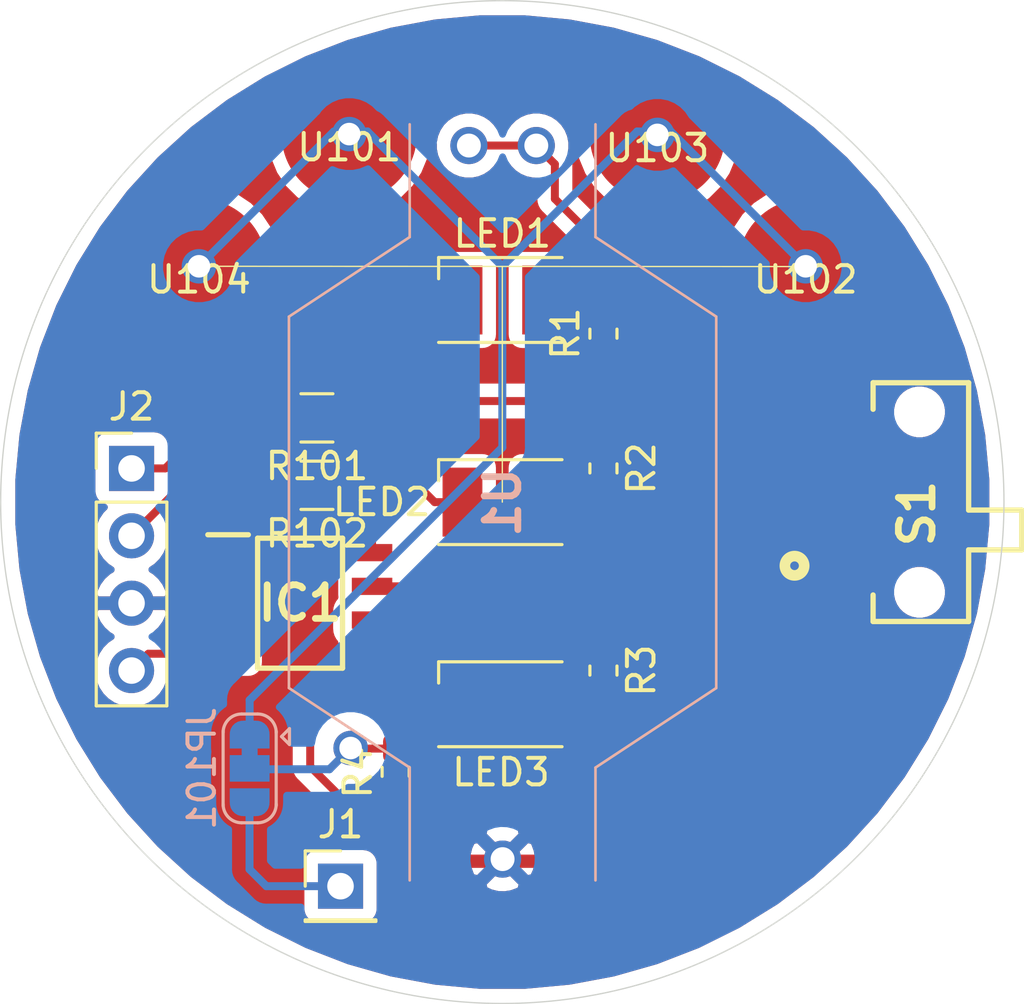
<source format=kicad_pcb>
(kicad_pcb (version 20171130) (host pcbnew "(5.1.5)-3")

  (general
    (thickness 1.6)
    (drawings 3)
    (tracks 99)
    (zones 0)
    (modules 19)
    (nets 17)
  )

  (page A4)
  (title_block
    (title Ampelschaltung)
  )

  (layers
    (0 F.Cu signal)
    (31 B.Cu signal)
    (32 B.Adhes user)
    (33 F.Adhes user hide)
    (34 B.Paste user)
    (35 F.Paste user)
    (36 B.SilkS user)
    (37 F.SilkS user)
    (38 B.Mask user)
    (39 F.Mask user)
    (40 Dwgs.User user)
    (41 Cmts.User user)
    (42 Eco1.User user)
    (43 Eco2.User user)
    (44 Edge.Cuts user)
    (45 Margin user)
    (46 B.CrtYd user)
    (47 F.CrtYd user)
    (48 B.Fab user)
    (49 F.Fab user)
  )

  (setup
    (last_trace_width 0.3)
    (user_trace_width 0.2)
    (trace_clearance 0.3)
    (zone_clearance 0.508)
    (zone_45_only no)
    (trace_min 0.2)
    (via_size 1.3)
    (via_drill 0.85)
    (via_min_size 1.3)
    (via_min_drill 0.85)
    (user_via 1.3 0.85)
    (uvia_size 0.3)
    (uvia_drill 0.1)
    (uvias_allowed no)
    (uvia_min_size 0.2)
    (uvia_min_drill 0.1)
    (edge_width 0.05)
    (segment_width 0.2)
    (pcb_text_width 0.3)
    (pcb_text_size 1.5 1.5)
    (mod_edge_width 0.12)
    (mod_text_size 1 1)
    (mod_text_width 0.15)
    (pad_size 1.524 1.524)
    (pad_drill 0.762)
    (pad_to_mask_clearance 0.051)
    (solder_mask_min_width 0.25)
    (aux_axis_origin 0 0)
    (grid_origin 144.2212 116.3066)
    (visible_elements 7FFDFF1F)
    (pcbplotparams
      (layerselection 0x010fc_ffffffff)
      (usegerberextensions false)
      (usegerberattributes false)
      (usegerberadvancedattributes false)
      (creategerberjobfile false)
      (excludeedgelayer true)
      (linewidth 0.100000)
      (plotframeref false)
      (viasonmask false)
      (mode 1)
      (useauxorigin false)
      (hpglpennumber 1)
      (hpglpenspeed 20)
      (hpglpendiameter 15.000000)
      (psnegative false)
      (psa4output false)
      (plotreference true)
      (plotvalue true)
      (plotinvisibletext false)
      (padsonsilk false)
      (subtractmaskfromsilk false)
      (outputformat 1)
      (mirror false)
      (drillshape 0)
      (scaleselection 1)
      (outputdirectory "../Drillfiles/"))
  )

  (net 0 "")
  (net 1 PB7-LEDs)
  (net 2 +3V3)
  (net 3 GND)
  (net 4 Conn-RST)
  (net 5 Conn-SWDIO)
  (net 6 Conn-SWCLK)
  (net 7 PA12ReceivePin-kS)
  (net 8 "Net-(LED1-Pad2)")
  (net 9 "Net-(LED2-Pad2)")
  (net 10 "Net-(LED3-Pad2)")
  (net 11 "Net-(J1-Pad1)")
  (net 12 "Net-(J2-Pad1)")
  (net 13 "Net-(J2-Pad2)")
  (net 14 "Net-(JP101-Pad1)")
  (net 15 "Net-(S1-Pad3)")
  (net 16 PA1SendPin-kS)

  (net_class Default "Dies ist die voreingestellte Netzklasse."
    (clearance 0.3)
    (trace_width 0.3)
    (via_dia 1.3)
    (via_drill 0.85)
    (uvia_dia 0.3)
    (uvia_drill 0.1)
    (diff_pair_width 0.25)
    (diff_pair_gap 0.25)
    (add_net Conn-RST)
    (add_net Conn-SWCLK)
    (add_net Conn-SWDIO)
    (add_net "Net-(J1-Pad1)")
    (add_net "Net-(J2-Pad1)")
    (add_net "Net-(J2-Pad2)")
    (add_net "Net-(LED1-Pad2)")
    (add_net "Net-(LED2-Pad2)")
    (add_net "Net-(LED3-Pad2)")
    (add_net "Net-(S1-Pad3)")
    (add_net PA1SendPin-kS)
    (add_net PB7-LEDs)
  )

  (net_class Power ""
    (clearance 0.3)
    (trace_width 0.3)
    (via_dia 1.3)
    (via_drill 0.85)
    (uvia_dia 0.4)
    (uvia_drill 0.2)
    (diff_pair_width 0.35)
    (diff_pair_gap 0.35)
    (add_net +3V3)
    (add_net GND)
  )

  (net_class X ""
    (clearance 0.7)
    (trace_width 0.3)
    (via_dia 1.3)
    (via_drill 0.85)
    (uvia_dia 0.3)
    (uvia_drill 0.1)
    (diff_pair_width 0.25)
    (diff_pair_gap 0.25)
    (add_net "Net-(JP101-Pad1)")
    (add_net PA12ReceivePin-kS)
  )

  (module libs_fp:JS102011SAQN (layer F.Cu) (tedit 5F105192) (tstamp 5F10653E)
    (at 158.1912 116.3066 90)
    (descr JS102011SAQN)
    (tags Switch)
    (path /5F0FD9F0)
    (fp_text reference S1 (at -0.43 1.647 90) (layer F.SilkS)
      (effects (font (size 1.27 1.27) (thickness 0.254)))
    )
    (fp_text value JS102011SAQN (at -0.43 1.647 90) (layer F.SilkS) hide
      (effects (font (size 1.27 1.27) (thickness 0.254)))
    )
    (fp_circle (center -2.399 -2.96) (end -2.399 -2.79585) (layer F.SilkS) (width 0.4))
    (fp_line (start 4.5 3.6) (end 4.5 0) (layer F.SilkS) (width 0.2))
    (fp_line (start -0.3 3.6) (end 4.5 3.6) (layer F.SilkS) (width 0.2))
    (fp_line (start -0.3 5.6) (end -0.3 3.6) (layer F.SilkS) (width 0.2))
    (fp_line (start -1.8 5.6) (end -0.3 5.6) (layer F.SilkS) (width 0.2))
    (fp_line (start -1.8 3.6) (end -1.8 5.6) (layer F.SilkS) (width 0.2))
    (fp_line (start -4.5 3.6) (end -1.8 3.6) (layer F.SilkS) (width 0.2))
    (fp_line (start -4.5 0) (end -4.5 3.6) (layer F.SilkS) (width 0.2))
    (fp_line (start -0.3 5.6) (end -0.3 3.6) (layer F.Fab) (width 0.2))
    (fp_line (start -1.8 5.6) (end -0.3 5.6) (layer F.Fab) (width 0.2))
    (fp_line (start -1.8 3.6) (end -1.8 5.6) (layer F.Fab) (width 0.2))
    (fp_line (start -4.5 0) (end -3.5 0) (layer F.SilkS) (width 0.2))
    (fp_line (start 4.5 0) (end 3.5 0) (layer F.SilkS) (width 0.2))
    (fp_line (start -4.5 3.6) (end -4.5 0) (layer F.Fab) (width 0.2))
    (fp_line (start 4.5 3.6) (end -4.5 3.6) (layer F.Fab) (width 0.2))
    (fp_line (start 4.5 0) (end 4.5 3.6) (layer F.Fab) (width 0.2))
    (fp_line (start -4.5 0) (end 4.5 0) (layer F.Fab) (width 0.2))
    (fp_text user %R (at -0.43 1.647 90) (layer F.Fab)
      (effects (font (size 1.27 1.27) (thickness 0.254)))
    )
    (pad "" np_thru_hole circle (at 3.4 1.75 90) (size 0.9 0.9) (drill 0.9) (layers *.Cu *.Mask))
    (pad "" np_thru_hole circle (at -3.4 1.75 90) (size 0.9 0.9) (drill 0.9) (layers *.Cu *.Mask))
    (pad 3 smd rect (at 2.5 -1 90) (size 1.2 2.5) (layers F.Cu F.Paste F.Mask)
      (net 15 "Net-(S1-Pad3)"))
    (pad 2 smd rect (at 0 -1 90) (size 1.2 2.5) (layers F.Cu F.Paste F.Mask)
      (net 2 +3V3))
    (pad 1 smd rect (at -2.5 -1 90) (size 1.2 2.5) (layers F.Cu F.Paste F.Mask)
      (net 16 PA1SendPin-kS))
  )

  (module libs_fp:Touch_Sens_Pad (layer F.Cu) (tedit 5F0FF3A0) (tstamp 5F10576F)
    (at 150.0632 102.4636)
    (path /5F123EC0)
    (fp_text reference U103 (at 0 0.5) (layer F.SilkS)
      (effects (font (size 1 1) (thickness 0.15)))
    )
    (fp_text value Touch_Sens_Pad (at 0 -0.5) (layer F.Fab)
      (effects (font (size 1 1) (thickness 0.15)))
    )
    (fp_circle (center 0 0) (end 1.3 0) (layer F.Cu) (width 2.5))
    (pad 1 thru_hole circle (at 0 0) (size 1.3 1.3) (drill 0.85) (layers *.Cu *.Mask)
      (net 14 "Net-(JP101-Pad1)"))
  )

  (module libs_fp:Touch_Sens_Pad (layer F.Cu) (tedit 5F0FF3A0) (tstamp 5F105775)
    (at 132.7912 107.4166)
    (path /5F1240DE)
    (fp_text reference U104 (at 0 0.5) (layer F.SilkS)
      (effects (font (size 1 1) (thickness 0.15)))
    )
    (fp_text value Touch_Sens_Pad (at 0 -0.5) (layer F.Fab)
      (effects (font (size 1 1) (thickness 0.15)))
    )
    (fp_circle (center 0 0) (end 1.3 0) (layer F.Cu) (width 2.5))
    (pad 1 thru_hole circle (at 0 0) (size 1.3 1.3) (drill 0.85) (layers *.Cu *.Mask)
      (net 14 "Net-(JP101-Pad1)"))
  )

  (module libs_fp:Touch_Sens_Pad (layer F.Cu) (tedit 5F0FF3A0) (tstamp 5F105769)
    (at 155.6512 107.4166)
    (path /5F123C1E)
    (fp_text reference U102 (at 0 0.5) (layer F.SilkS)
      (effects (font (size 1 1) (thickness 0.15)))
    )
    (fp_text value Touch_Sens_Pad (at 0 -0.5) (layer F.Fab)
      (effects (font (size 1 1) (thickness 0.15)))
    )
    (fp_circle (center 0 0) (end 1.3 0) (layer F.Cu) (width 2.5))
    (pad 1 thru_hole circle (at 0 0) (size 1.3 1.3) (drill 0.85) (layers *.Cu *.Mask)
      (net 14 "Net-(JP101-Pad1)"))
  )

  (module libs_fp:Touch_Sens_Pad (layer F.Cu) (tedit 5F0FF3A0) (tstamp 5F105763)
    (at 138.45286 102.43312)
    (path /5F1231CE)
    (fp_text reference U101 (at 0 0.5) (layer F.SilkS)
      (effects (font (size 1 1) (thickness 0.15)))
    )
    (fp_text value Touch_Sens_Pad (at 0 -0.5) (layer F.Fab)
      (effects (font (size 1 1) (thickness 0.15)))
    )
    (fp_circle (center 0 0) (end 1.3 0) (layer F.Cu) (width 2.5))
    (pad 1 thru_hole circle (at 0 0) (size 1.3 1.3) (drill 0.85) (layers *.Cu *.Mask)
      (net 14 "Net-(JP101-Pad1)"))
  )

  (module libs_fp:HU2032LF (layer B.Cu) (tedit 0) (tstamp 5F8F25AE)
    (at 142.96136 102.86492 270)
    (descr HU2032-LF-3)
    (tags "Undefined or Miscellaneous")
    (path /5EF3D88A)
    (fp_text reference U1 (at 13.45 -1.27 90) (layer B.SilkS)
      (effects (font (size 1.27 1.27) (thickness 0.254)) (justify mirror))
    )
    (fp_text value HU2032-LF (at 13.45 -1.27 90) (layer B.SilkS) hide
      (effects (font (size 1.27 1.27) (thickness 0.254)) (justify mirror))
    )
    (fp_line (start 23.45 -4.77) (end 27.7 -4.77) (layer B.SilkS) (width 0.1))
    (fp_line (start 20.45 -9.32) (end 23.45 -4.77) (layer B.SilkS) (width 0.1))
    (fp_line (start 6.45 -9.32) (end 20.45 -9.32) (layer B.SilkS) (width 0.1))
    (fp_line (start 3.45 -4.77) (end 6.45 -9.32) (layer B.SilkS) (width 0.1))
    (fp_line (start -0.8 -4.77) (end 3.45 -4.77) (layer B.SilkS) (width 0.1))
    (fp_line (start 23.45 2.23) (end 27.7 2.23) (layer B.SilkS) (width 0.1))
    (fp_line (start 20.45 6.78) (end 23.45 2.23) (layer B.SilkS) (width 0.1))
    (fp_line (start 6.45 6.78) (end 20.45 6.78) (layer B.SilkS) (width 0.1))
    (fp_line (start 3.45 2.23) (end 6.45 6.78) (layer B.SilkS) (width 0.1))
    (fp_line (start -0.8 2.23) (end 3.45 2.23) (layer B.SilkS) (width 0.1))
    (fp_line (start 27.7 2.23) (end 23.45 2.23) (layer B.Fab) (width 0.2))
    (fp_line (start 27.7 -4.77) (end 23.45 -4.77) (layer B.Fab) (width 0.2))
    (fp_line (start -0.8 -4.77) (end 3.45 -4.77) (layer B.Fab) (width 0.2))
    (fp_line (start 3.45 2.23) (end -0.8 2.23) (layer B.Fab) (width 0.2))
    (fp_line (start 20.45 6.78) (end 23.45 2.23) (layer B.Fab) (width 0.2))
    (fp_line (start 20.45 -9.32) (end 23.45 -4.77) (layer B.Fab) (width 0.2))
    (fp_line (start 6.45 -9.32) (end 3.45 -4.77) (layer B.Fab) (width 0.2))
    (fp_line (start 6.45 6.78) (end 3.45 2.23) (layer B.Fab) (width 0.2))
    (fp_line (start 6.45 -9.32) (end 20.45 -9.32) (layer B.Fab) (width 0.2))
    (fp_line (start 6.45 6.78) (end 20.45 6.78) (layer B.Fab) (width 0.2))
    (fp_line (start 27.7 2.23) (end 27.7 -4.77) (layer B.Fab) (width 0.2))
    (fp_line (start -0.8 2.23) (end -0.8 -4.77) (layer B.Fab) (width 0.2))
    (fp_line (start 23.45 -1.27) (end 23.45 -1.27) (layer B.Fab) (width 0.2))
    (fp_line (start 3.45 -1.27) (end 3.45 -1.27) (layer B.Fab) (width 0.2))
    (fp_line (start -1.8 -12.27) (end -1.8 9.73) (layer B.CrtYd) (width 0.1))
    (fp_line (start 28.7 -12.27) (end -1.8 -12.27) (layer B.CrtYd) (width 0.1))
    (fp_line (start 28.7 9.73) (end 28.7 -12.27) (layer B.CrtYd) (width 0.1))
    (fp_line (start -1.8 9.73) (end 28.7 9.73) (layer B.CrtYd) (width 0.1))
    (fp_arc (start 13.45 -1.27) (end 23.45 -1.27) (angle 180) (layer B.Fab) (width 0.2))
    (fp_arc (start 13.45 -1.27) (end 3.45 -1.27) (angle 180) (layer B.Fab) (width 0.2))
    (fp_text user %R (at 13.45 -1.27 90) (layer B.Fab)
      (effects (font (size 1.27 1.27) (thickness 0.254)) (justify mirror))
    )
    (pad 3 thru_hole circle (at 26.9 -1.27 270) (size 1.4 1.4) (drill 0.9) (layers *.Cu *.Mask)
      (net 3 GND))
    (pad 2 thru_hole circle (at 0 -2.54 270) (size 1.4 1.4) (drill 0.9) (layers *.Cu *.Mask)
      (net 2 +3V3))
    (pad 1 thru_hole circle (at 0 0 270) (size 1.4 1.4) (drill 0.9) (layers *.Cu *.Mask)
      (net 2 +3V3))
  )

  (module Resistor_SMD:R_1206_3216Metric_Pad1.42x1.75mm_HandSolder (layer F.Cu) (tedit 5B301BBD) (tstamp 5F10479E)
    (at 137.2362 115.6716 180)
    (descr "Resistor SMD 1206 (3216 Metric), square (rectangular) end terminal, IPC_7351 nominal with elongated pad for handsoldering. (Body size source: http://www.tortai-tech.com/upload/download/2011102023233369053.pdf), generated with kicad-footprint-generator")
    (tags "resistor handsolder")
    (path /5F113F53)
    (attr smd)
    (fp_text reference R102 (at 0 -1.82) (layer F.SilkS)
      (effects (font (size 1 1) (thickness 0.15)))
    )
    (fp_text value 0 (at 0 1.82) (layer F.Fab)
      (effects (font (size 1 1) (thickness 0.15)))
    )
    (fp_line (start 2.45 1.12) (end -2.45 1.12) (layer F.CrtYd) (width 0.05))
    (fp_line (start 2.45 -1.12) (end 2.45 1.12) (layer F.CrtYd) (width 0.05))
    (fp_line (start -2.45 -1.12) (end 2.45 -1.12) (layer F.CrtYd) (width 0.05))
    (fp_line (start -2.45 1.12) (end -2.45 -1.12) (layer F.CrtYd) (width 0.05))
    (fp_line (start -0.602064 0.91) (end 0.602064 0.91) (layer F.SilkS) (width 0.12))
    (fp_line (start -0.602064 -0.91) (end 0.602064 -0.91) (layer F.SilkS) (width 0.12))
    (fp_line (start 1.6 0.8) (end -1.6 0.8) (layer F.Fab) (width 0.1))
    (fp_line (start 1.6 -0.8) (end 1.6 0.8) (layer F.Fab) (width 0.1))
    (fp_line (start -1.6 -0.8) (end 1.6 -0.8) (layer F.Fab) (width 0.1))
    (fp_line (start -1.6 0.8) (end -1.6 -0.8) (layer F.Fab) (width 0.1))
    (fp_text user %R (at 0 0) (layer F.Fab)
      (effects (font (size 0.8 0.8) (thickness 0.12)))
    )
    (pad 2 smd roundrect (at 1.4875 0 180) (size 1.425 1.75) (layers F.Cu F.Paste F.Mask) (roundrect_rratio 0.175439)
      (net 13 "Net-(J2-Pad2)"))
    (pad 1 smd roundrect (at -1.4875 0 180) (size 1.425 1.75) (layers F.Cu F.Paste F.Mask) (roundrect_rratio 0.175439)
      (net 6 Conn-SWCLK))
    (model ${KISYS3DMOD}/Resistor_SMD.3dshapes/R_1206_3216Metric.wrl
      (at (xyz 0 0 0))
      (scale (xyz 1 1 1))
      (rotate (xyz 0 0 0))
    )
  )

  (module Resistor_SMD:R_1206_3216Metric_Pad1.42x1.75mm_HandSolder (layer F.Cu) (tedit 5B301BBD) (tstamp 5F10478D)
    (at 137.2362 113.1316 180)
    (descr "Resistor SMD 1206 (3216 Metric), square (rectangular) end terminal, IPC_7351 nominal with elongated pad for handsoldering. (Body size source: http://www.tortai-tech.com/upload/download/2011102023233369053.pdf), generated with kicad-footprint-generator")
    (tags "resistor handsolder")
    (path /5F113686)
    (attr smd)
    (fp_text reference R101 (at 0 -1.82) (layer F.SilkS)
      (effects (font (size 1 1) (thickness 0.15)))
    )
    (fp_text value 0 (at 0 1.82) (layer F.Fab)
      (effects (font (size 1 1) (thickness 0.15)))
    )
    (fp_line (start 2.45 1.12) (end -2.45 1.12) (layer F.CrtYd) (width 0.05))
    (fp_line (start 2.45 -1.12) (end 2.45 1.12) (layer F.CrtYd) (width 0.05))
    (fp_line (start -2.45 -1.12) (end 2.45 -1.12) (layer F.CrtYd) (width 0.05))
    (fp_line (start -2.45 1.12) (end -2.45 -1.12) (layer F.CrtYd) (width 0.05))
    (fp_line (start -0.602064 0.91) (end 0.602064 0.91) (layer F.SilkS) (width 0.12))
    (fp_line (start -0.602064 -0.91) (end 0.602064 -0.91) (layer F.SilkS) (width 0.12))
    (fp_line (start 1.6 0.8) (end -1.6 0.8) (layer F.Fab) (width 0.1))
    (fp_line (start 1.6 -0.8) (end 1.6 0.8) (layer F.Fab) (width 0.1))
    (fp_line (start -1.6 -0.8) (end 1.6 -0.8) (layer F.Fab) (width 0.1))
    (fp_line (start -1.6 0.8) (end -1.6 -0.8) (layer F.Fab) (width 0.1))
    (fp_text user %R (at 0 0) (layer F.Fab)
      (effects (font (size 0.8 0.8) (thickness 0.12)))
    )
    (pad 2 smd roundrect (at 1.4875 0 180) (size 1.425 1.75) (layers F.Cu F.Paste F.Mask) (roundrect_rratio 0.175439)
      (net 12 "Net-(J2-Pad1)"))
    (pad 1 smd roundrect (at -1.4875 0 180) (size 1.425 1.75) (layers F.Cu F.Paste F.Mask) (roundrect_rratio 0.175439)
      (net 5 Conn-SWDIO))
    (model ${KISYS3DMOD}/Resistor_SMD.3dshapes/R_1206_3216Metric.wrl
      (at (xyz 0 0 0))
      (scale (xyz 1 1 1))
      (rotate (xyz 0 0 0))
    )
  )

  (module Jumper:SolderJumper-3_P1.3mm_Bridged12_RoundedPad1.0x1.5mm (layer B.Cu) (tedit 5C745321) (tstamp 5F10468A)
    (at 134.70128 126.34468 270)
    (descr "SMD Solder 3-pad Jumper, 1x1.5mm rounded Pads, 0.3mm gap, pads 1-2 bridged with 1 copper strip")
    (tags "solder jumper open")
    (path /5F101610)
    (attr virtual)
    (fp_text reference JP101 (at 0 1.8 90) (layer B.SilkS)
      (effects (font (size 1 1) (thickness 0.15)) (justify mirror))
    )
    (fp_text value SolderJumper_3_Bridged12 (at 0 -1.9 90) (layer B.Fab)
      (effects (font (size 1 1) (thickness 0.15)) (justify mirror))
    )
    (fp_poly (pts (xy -0.9 0.3) (xy -0.4 0.3) (xy -0.4 -0.3) (xy -0.9 -0.3)) (layer B.Cu) (width 0))
    (fp_line (start 2.3 -1.25) (end -2.3 -1.25) (layer B.CrtYd) (width 0.05))
    (fp_line (start 2.3 -1.25) (end 2.3 1.25) (layer B.CrtYd) (width 0.05))
    (fp_line (start -2.3 1.25) (end -2.3 -1.25) (layer B.CrtYd) (width 0.05))
    (fp_line (start -2.3 1.25) (end 2.3 1.25) (layer B.CrtYd) (width 0.05))
    (fp_line (start -1.4 1) (end 1.4 1) (layer B.SilkS) (width 0.12))
    (fp_line (start 2.05 0.3) (end 2.05 -0.3) (layer B.SilkS) (width 0.12))
    (fp_line (start 1.4 -1) (end -1.4 -1) (layer B.SilkS) (width 0.12))
    (fp_line (start -2.05 -0.3) (end -2.05 0.3) (layer B.SilkS) (width 0.12))
    (fp_line (start -1.2 -1.2) (end -1.5 -1.5) (layer B.SilkS) (width 0.12))
    (fp_line (start -1.5 -1.5) (end -0.9 -1.5) (layer B.SilkS) (width 0.12))
    (fp_line (start -1.2 -1.2) (end -0.9 -1.5) (layer B.SilkS) (width 0.12))
    (fp_arc (start -1.35 0.3) (end -1.35 1) (angle 90) (layer B.SilkS) (width 0.12))
    (fp_arc (start -1.35 -0.3) (end -2.05 -0.3) (angle 90) (layer B.SilkS) (width 0.12))
    (fp_arc (start 1.35 -0.3) (end 1.35 -1) (angle 90) (layer B.SilkS) (width 0.12))
    (fp_arc (start 1.35 0.3) (end 2.05 0.3) (angle 90) (layer B.SilkS) (width 0.12))
    (pad 1 smd custom (at -1.3 0 270) (size 1 0.5) (layers B.Cu B.Mask)
      (net 14 "Net-(JP101-Pad1)") (zone_connect 2)
      (options (clearance outline) (anchor rect))
      (primitives
        (gr_circle (center 0 -0.25) (end 0.5 -0.25) (width 0))
        (gr_circle (center 0 0.25) (end 0.5 0.25) (width 0))
        (gr_poly (pts
           (xy 0.55 0.75) (xy 0 0.75) (xy 0 -0.75) (xy 0.55 -0.75)) (width 0))
      ))
    (pad 2 smd rect (at 0 0 270) (size 1 1.5) (layers B.Cu B.Mask)
      (net 7 PA12ReceivePin-kS))
    (pad 3 smd custom (at 1.3 0 270) (size 1 0.5) (layers B.Cu B.Mask)
      (net 11 "Net-(J1-Pad1)") (zone_connect 2)
      (options (clearance outline) (anchor rect))
      (primitives
        (gr_circle (center 0 -0.25) (end 0.5 -0.25) (width 0))
        (gr_circle (center 0 0.25) (end 0.5 0.25) (width 0))
        (gr_poly (pts
           (xy -0.55 0.75) (xy 0 0.75) (xy 0 -0.75) (xy -0.55 -0.75)) (width 0))
      ))
  )

  (module libs_fp:SOIC127P600X175-8N (layer F.Cu) (tedit 0) (tstamp 5EF460FB)
    (at 136.6012 120.1166)
    (descr SO8N-A)
    (tags "Integrated Circuit")
    (path /5EE382F6)
    (attr smd)
    (fp_text reference IC1 (at 0 0) (layer F.SilkS)
      (effects (font (size 1.27 1.27) (thickness 0.254)))
    )
    (fp_text value STM32G031J6M6 (at 0 0) (layer F.SilkS) hide
      (effects (font (size 1.27 1.27) (thickness 0.254)))
    )
    (fp_line (start -3.475 -2.58) (end -1.95 -2.58) (layer F.SilkS) (width 0.2))
    (fp_line (start -1.6 2.45) (end -1.6 -2.45) (layer F.SilkS) (width 0.2))
    (fp_line (start 1.6 2.45) (end -1.6 2.45) (layer F.SilkS) (width 0.2))
    (fp_line (start 1.6 -2.45) (end 1.6 2.45) (layer F.SilkS) (width 0.2))
    (fp_line (start -1.6 -2.45) (end 1.6 -2.45) (layer F.SilkS) (width 0.2))
    (fp_line (start -1.95 -1.18) (end -0.68 -2.45) (layer F.Fab) (width 0.1))
    (fp_line (start -1.95 2.45) (end -1.95 -2.45) (layer F.Fab) (width 0.1))
    (fp_line (start 1.95 2.45) (end -1.95 2.45) (layer F.Fab) (width 0.1))
    (fp_line (start 1.95 -2.45) (end 1.95 2.45) (layer F.Fab) (width 0.1))
    (fp_line (start -1.95 -2.45) (end 1.95 -2.45) (layer F.Fab) (width 0.1))
    (fp_line (start -3.725 2.75) (end -3.725 -2.75) (layer F.CrtYd) (width 0.05))
    (fp_line (start 3.725 2.75) (end -3.725 2.75) (layer F.CrtYd) (width 0.05))
    (fp_line (start 3.725 -2.75) (end 3.725 2.75) (layer F.CrtYd) (width 0.05))
    (fp_line (start -3.725 -2.75) (end 3.725 -2.75) (layer F.CrtYd) (width 0.05))
    (fp_text user %R (at 0 0) (layer F.Fab)
      (effects (font (size 1.27 1.27) (thickness 0.254)))
    )
    (pad 8 smd rect (at 2.712 -1.905 90) (size 0.65 1.525) (layers F.Cu F.Paste F.Mask)
      (net 6 Conn-SWCLK))
    (pad 7 smd rect (at 2.712 -0.635 90) (size 0.65 1.525) (layers F.Cu F.Paste F.Mask)
      (net 5 Conn-SWDIO))
    (pad 6 smd rect (at 2.712 0.635 90) (size 0.65 1.525) (layers F.Cu F.Paste F.Mask)
      (net 7 PA12ReceivePin-kS))
    (pad 5 smd rect (at 2.712 1.905 90) (size 0.65 1.525) (layers F.Cu F.Paste F.Mask)
      (net 16 PA1SendPin-kS))
    (pad 4 smd rect (at -2.712 1.905 90) (size 0.65 1.525) (layers F.Cu F.Paste F.Mask)
      (net 4 Conn-RST))
    (pad 3 smd rect (at -2.712 0.635 90) (size 0.65 1.525) (layers F.Cu F.Paste F.Mask)
      (net 3 GND))
    (pad 2 smd rect (at -2.712 -0.635 90) (size 0.65 1.525) (layers F.Cu F.Paste F.Mask)
      (net 2 +3V3))
    (pad 1 smd rect (at -2.712 -1.905 90) (size 0.65 1.525) (layers F.Cu F.Paste F.Mask)
      (net 1 PB7-LEDs))
    (model STM32G031J6M6.stp
      (at (xyz 0 0 0))
      (scale (xyz 1 1 1))
      (rotate (xyz 0 0 0))
    )
  )

  (module Connector_PinHeader_2.54mm:PinHeader_1x01_P2.54mm_Vertical (layer F.Cu) (tedit 59FED5CC) (tstamp 5EFC72AB)
    (at 138.1252 130.7846)
    (descr "Through hole straight pin header, 1x01, 2.54mm pitch, single row")
    (tags "Through hole pin header THT 1x01 2.54mm single row")
    (path /5EF35B4C)
    (fp_text reference J1 (at 0 -2.33) (layer F.SilkS)
      (effects (font (size 1 1) (thickness 0.15)))
    )
    (fp_text value Conn_01x01 (at 0 2.33) (layer F.Fab)
      (effects (font (size 1 1) (thickness 0.15)))
    )
    (fp_line (start -0.635 -1.27) (end 1.27 -1.27) (layer F.Fab) (width 0.1))
    (fp_line (start 1.27 -1.27) (end 1.27 1.27) (layer F.Fab) (width 0.1))
    (fp_line (start 1.27 1.27) (end -1.27 1.27) (layer F.Fab) (width 0.1))
    (fp_line (start -1.27 1.27) (end -1.27 -0.635) (layer F.Fab) (width 0.1))
    (fp_line (start -1.27 -0.635) (end -0.635 -1.27) (layer F.Fab) (width 0.1))
    (fp_line (start -1.33 1.33) (end 1.33 1.33) (layer F.SilkS) (width 0.12))
    (fp_line (start -1.33 1.27) (end -1.33 1.33) (layer F.SilkS) (width 0.12))
    (fp_line (start 1.33 1.27) (end 1.33 1.33) (layer F.SilkS) (width 0.12))
    (fp_line (start -1.33 1.27) (end 1.33 1.27) (layer F.SilkS) (width 0.12))
    (fp_line (start -1.33 0) (end -1.33 -1.33) (layer F.SilkS) (width 0.12))
    (fp_line (start -1.33 -1.33) (end 0 -1.33) (layer F.SilkS) (width 0.12))
    (fp_line (start -1.8 -1.8) (end -1.8 1.8) (layer F.CrtYd) (width 0.05))
    (fp_line (start -1.8 1.8) (end 1.8 1.8) (layer F.CrtYd) (width 0.05))
    (fp_line (start 1.8 1.8) (end 1.8 -1.8) (layer F.CrtYd) (width 0.05))
    (fp_line (start 1.8 -1.8) (end -1.8 -1.8) (layer F.CrtYd) (width 0.05))
    (fp_text user %R (at 0 0 90) (layer F.Fab)
      (effects (font (size 1 1) (thickness 0.15)))
    )
    (pad 1 thru_hole rect (at 0 0) (size 1.7 1.7) (drill 1) (layers *.Cu *.Mask)
      (net 11 "Net-(J1-Pad1)"))
    (model ${KISYS3DMOD}/Connector_PinHeader_2.54mm.3dshapes/PinHeader_1x01_P2.54mm_Vertical.wrl
      (at (xyz 0 0 0))
      (scale (xyz 1 1 1))
      (rotate (xyz 0 0 0))
    )
  )

  (module LED_SMD:LED_PLCC-2 (layer F.Cu) (tedit 59959404) (tstamp 5F0F7A9C)
    (at 144.2212 108.6866)
    (descr "LED PLCC-2 SMD package")
    (tags "LED PLCC-2 SMD")
    (path /5EE8A614)
    (attr smd)
    (fp_text reference LED1 (at 0 -2.5) (layer F.SilkS)
      (effects (font (size 1 1) (thickness 0.15)))
    )
    (fp_text value red (at 0 2.5) (layer F.Fab)
      (effects (font (size 1 1) (thickness 0.15)))
    )
    (fp_circle (center 0 0) (end 0 -1.25) (layer F.Fab) (width 0.1))
    (fp_line (start -1.7 -0.6) (end -0.8 -1.5) (layer F.Fab) (width 0.1))
    (fp_line (start 1.7 1.5) (end 1.7 -1.5) (layer F.Fab) (width 0.1))
    (fp_line (start 1.7 -1.5) (end -1.7 -1.5) (layer F.Fab) (width 0.1))
    (fp_line (start -1.7 -1.5) (end -1.7 1.5) (layer F.Fab) (width 0.1))
    (fp_line (start -1.7 1.5) (end 1.7 1.5) (layer F.Fab) (width 0.1))
    (fp_line (start -2.65 -1.85) (end 2.5 -1.85) (layer F.CrtYd) (width 0.05))
    (fp_line (start 2.5 -1.85) (end 2.5 1.85) (layer F.CrtYd) (width 0.05))
    (fp_line (start 2.5 1.85) (end -2.65 1.85) (layer F.CrtYd) (width 0.05))
    (fp_line (start -2.65 1.85) (end -2.65 -1.85) (layer F.CrtYd) (width 0.05))
    (fp_line (start 2.25 1.6) (end -2.4 1.6) (layer F.SilkS) (width 0.12))
    (fp_line (start 2.25 -1.6) (end -2.4 -1.6) (layer F.SilkS) (width 0.12))
    (fp_line (start -2.4 -1.6) (end -2.4 -0.8) (layer F.SilkS) (width 0.12))
    (fp_text user %R (at 0 0) (layer F.Fab)
      (effects (font (size 0.4 0.4) (thickness 0.1)))
    )
    (pad 1 smd rect (at -1.5 0) (size 1.5 2.6) (layers F.Cu F.Paste F.Mask)
      (net 1 PB7-LEDs))
    (pad 2 smd rect (at 1.5 0) (size 1.5 2.6) (layers F.Cu F.Paste F.Mask)
      (net 8 "Net-(LED1-Pad2)"))
    (model ${KISYS3DMOD}/LED_SMD.3dshapes/LED_PLCC-2.wrl
      (at (xyz 0 0 0))
      (scale (xyz 1 1 1))
      (rotate (xyz 0 0 0))
    )
  )

  (module LED_SMD:LED_PLCC-2 (layer F.Cu) (tedit 59959404) (tstamp 5F05E1B1)
    (at 144.2198 116.3066)
    (descr "LED PLCC-2 SMD package")
    (tags "LED PLCC-2 SMD")
    (path /5EE899FD)
    (attr smd)
    (fp_text reference LED2 (at -4.5452 0) (layer F.SilkS)
      (effects (font (size 1 1) (thickness 0.15)))
    )
    (fp_text value yellow (at 0 2.5) (layer F.Fab)
      (effects (font (size 1 1) (thickness 0.15)))
    )
    (fp_circle (center 0 0) (end 0 -1.25) (layer F.Fab) (width 0.1))
    (fp_line (start -1.7 -0.6) (end -0.8 -1.5) (layer F.Fab) (width 0.1))
    (fp_line (start 1.7 1.5) (end 1.7 -1.5) (layer F.Fab) (width 0.1))
    (fp_line (start 1.7 -1.5) (end -1.7 -1.5) (layer F.Fab) (width 0.1))
    (fp_line (start -1.7 -1.5) (end -1.7 1.5) (layer F.Fab) (width 0.1))
    (fp_line (start -1.7 1.5) (end 1.7 1.5) (layer F.Fab) (width 0.1))
    (fp_line (start -2.65 -1.85) (end 2.5 -1.85) (layer F.CrtYd) (width 0.05))
    (fp_line (start 2.5 -1.85) (end 2.5 1.85) (layer F.CrtYd) (width 0.05))
    (fp_line (start 2.5 1.85) (end -2.65 1.85) (layer F.CrtYd) (width 0.05))
    (fp_line (start -2.65 1.85) (end -2.65 -1.85) (layer F.CrtYd) (width 0.05))
    (fp_line (start 2.25 1.6) (end -2.4 1.6) (layer F.SilkS) (width 0.12))
    (fp_line (start 2.25 -1.6) (end -2.4 -1.6) (layer F.SilkS) (width 0.12))
    (fp_line (start -2.4 -1.6) (end -2.4 -0.8) (layer F.SilkS) (width 0.12))
    (fp_text user %R (at 0 0) (layer F.Fab)
      (effects (font (size 0.4 0.4) (thickness 0.1)))
    )
    (pad 1 smd rect (at -1.5 0) (size 1.5 2.6) (layers F.Cu F.Paste F.Mask)
      (net 5 Conn-SWDIO))
    (pad 2 smd rect (at 1.5 0) (size 1.5 2.6) (layers F.Cu F.Paste F.Mask)
      (net 9 "Net-(LED2-Pad2)"))
    (model ${KISYS3DMOD}/LED_SMD.3dshapes/LED_PLCC-2.wrl
      (at (xyz 0 0 0))
      (scale (xyz 1 1 1))
      (rotate (xyz 0 0 0))
    )
  )

  (module LED_SMD:LED_PLCC-2 (layer F.Cu) (tedit 59959404) (tstamp 5F05E1C4)
    (at 144.2212 123.9266)
    (descr "LED PLCC-2 SMD package")
    (tags "LED PLCC-2 SMD")
    (path /5EE89DD8)
    (attr smd)
    (fp_text reference LED3 (at -0.0508 2.5654) (layer F.SilkS)
      (effects (font (size 1 1) (thickness 0.15)))
    )
    (fp_text value green (at 0 2.5) (layer F.Fab)
      (effects (font (size 1 1) (thickness 0.15)))
    )
    (fp_line (start -2.4 -1.6) (end -2.4 -0.8) (layer F.SilkS) (width 0.12))
    (fp_line (start 2.25 -1.6) (end -2.4 -1.6) (layer F.SilkS) (width 0.12))
    (fp_line (start 2.25 1.6) (end -2.4 1.6) (layer F.SilkS) (width 0.12))
    (fp_line (start -2.65 1.85) (end -2.65 -1.85) (layer F.CrtYd) (width 0.05))
    (fp_line (start 2.5 1.85) (end -2.65 1.85) (layer F.CrtYd) (width 0.05))
    (fp_line (start 2.5 -1.85) (end 2.5 1.85) (layer F.CrtYd) (width 0.05))
    (fp_line (start -2.65 -1.85) (end 2.5 -1.85) (layer F.CrtYd) (width 0.05))
    (fp_line (start -1.7 1.5) (end 1.7 1.5) (layer F.Fab) (width 0.1))
    (fp_line (start -1.7 -1.5) (end -1.7 1.5) (layer F.Fab) (width 0.1))
    (fp_line (start 1.7 -1.5) (end -1.7 -1.5) (layer F.Fab) (width 0.1))
    (fp_line (start 1.7 1.5) (end 1.7 -1.5) (layer F.Fab) (width 0.1))
    (fp_line (start -1.7 -0.6) (end -0.8 -1.5) (layer F.Fab) (width 0.1))
    (fp_circle (center 0 0) (end 0 -1.25) (layer F.Fab) (width 0.1))
    (fp_text user %R (at 8.382 0.127) (layer F.Fab)
      (effects (font (size 0.4 0.4) (thickness 0.1)))
    )
    (pad 2 smd rect (at 1.5 0) (size 1.5 2.6) (layers F.Cu F.Paste F.Mask)
      (net 10 "Net-(LED3-Pad2)"))
    (pad 1 smd rect (at -1.5 0) (size 1.5 2.6) (layers F.Cu F.Paste F.Mask)
      (net 3 GND))
    (model ${KISYS3DMOD}/LED_SMD.3dshapes/LED_PLCC-2.wrl
      (at (xyz 0 0 0))
      (scale (xyz 1 1 1))
      (rotate (xyz 0 0 0))
    )
  )

  (module Resistor_SMD:R_0603_1608Metric_Pad1.05x0.95mm_HandSolder (layer F.Cu) (tedit 5B301BBD) (tstamp 5F05E1D7)
    (at 148.0312 109.9566 90)
    (descr "Resistor SMD 0603 (1608 Metric), square (rectangular) end terminal, IPC_7351 nominal with elongated pad for handsoldering. (Body size source: http://www.tortai-tech.com/upload/download/2011102023233369053.pdf), generated with kicad-footprint-generator")
    (tags "resistor handsolder")
    (path /5EE8AD00)
    (attr smd)
    (fp_text reference R1 (at 0 -1.43 90) (layer F.SilkS)
      (effects (font (size 1 1) (thickness 0.15)))
    )
    (fp_text value "120 Ohm" (at 0 1.43 90) (layer F.Fab)
      (effects (font (size 1 1) (thickness 0.15)))
    )
    (fp_line (start -0.8 0.4) (end -0.8 -0.4) (layer F.Fab) (width 0.1))
    (fp_line (start -0.8 -0.4) (end 0.8 -0.4) (layer F.Fab) (width 0.1))
    (fp_line (start 0.8 -0.4) (end 0.8 0.4) (layer F.Fab) (width 0.1))
    (fp_line (start 0.8 0.4) (end -0.8 0.4) (layer F.Fab) (width 0.1))
    (fp_line (start -0.171267 -0.51) (end 0.171267 -0.51) (layer F.SilkS) (width 0.12))
    (fp_line (start -0.171267 0.51) (end 0.171267 0.51) (layer F.SilkS) (width 0.12))
    (fp_line (start -1.65 0.73) (end -1.65 -0.73) (layer F.CrtYd) (width 0.05))
    (fp_line (start -1.65 -0.73) (end 1.65 -0.73) (layer F.CrtYd) (width 0.05))
    (fp_line (start 1.65 -0.73) (end 1.65 0.73) (layer F.CrtYd) (width 0.05))
    (fp_line (start 1.65 0.73) (end -1.65 0.73) (layer F.CrtYd) (width 0.05))
    (fp_text user %R (at 0 0 90) (layer F.Fab)
      (effects (font (size 0.4 0.4) (thickness 0.06)))
    )
    (pad 1 smd roundrect (at -0.875 0 90) (size 1.05 0.95) (layers F.Cu F.Paste F.Mask) (roundrect_rratio 0.25)
      (net 2 +3V3))
    (pad 2 smd roundrect (at 0.875 0 90) (size 1.05 0.95) (layers F.Cu F.Paste F.Mask) (roundrect_rratio 0.25)
      (net 8 "Net-(LED1-Pad2)"))
    (model ${KISYS3DMOD}/Resistor_SMD.3dshapes/R_0603_1608Metric.wrl
      (at (xyz 0 0 0))
      (scale (xyz 1 1 1))
      (rotate (xyz 0 0 0))
    )
  )

  (module Resistor_SMD:R_0603_1608Metric_Pad1.05x0.95mm_HandSolder (layer F.Cu) (tedit 5B301BBD) (tstamp 5F05E1E7)
    (at 148.0312 115.0366 270)
    (descr "Resistor SMD 0603 (1608 Metric), square (rectangular) end terminal, IPC_7351 nominal with elongated pad for handsoldering. (Body size source: http://www.tortai-tech.com/upload/download/2011102023233369053.pdf), generated with kicad-footprint-generator")
    (tags "resistor handsolder")
    (path /5EE3B4D7)
    (attr smd)
    (fp_text reference R2 (at 0 -1.43 90) (layer F.SilkS)
      (effects (font (size 1 1) (thickness 0.15)))
    )
    (fp_text value "120 Ohm" (at 0 1.43 90) (layer F.Fab)
      (effects (font (size 1 1) (thickness 0.15)))
    )
    (fp_line (start 1.65 0.73) (end -1.65 0.73) (layer F.CrtYd) (width 0.05))
    (fp_line (start 1.65 -0.73) (end 1.65 0.73) (layer F.CrtYd) (width 0.05))
    (fp_line (start -1.65 -0.73) (end 1.65 -0.73) (layer F.CrtYd) (width 0.05))
    (fp_line (start -1.65 0.73) (end -1.65 -0.73) (layer F.CrtYd) (width 0.05))
    (fp_line (start -0.171267 0.51) (end 0.171267 0.51) (layer F.SilkS) (width 0.12))
    (fp_line (start -0.171267 -0.51) (end 0.171267 -0.51) (layer F.SilkS) (width 0.12))
    (fp_line (start 0.8 0.4) (end -0.8 0.4) (layer F.Fab) (width 0.1))
    (fp_line (start 0.8 -0.4) (end 0.8 0.4) (layer F.Fab) (width 0.1))
    (fp_line (start -0.8 -0.4) (end 0.8 -0.4) (layer F.Fab) (width 0.1))
    (fp_line (start -0.8 0.4) (end -0.8 -0.4) (layer F.Fab) (width 0.1))
    (fp_text user %R (at 0 0 90) (layer F.Fab)
      (effects (font (size 0.4 0.4) (thickness 0.06)))
    )
    (pad 2 smd roundrect (at 0.875 0 270) (size 1.05 0.95) (layers F.Cu F.Paste F.Mask) (roundrect_rratio 0.25)
      (net 9 "Net-(LED2-Pad2)"))
    (pad 1 smd roundrect (at -0.875 0 270) (size 1.05 0.95) (layers F.Cu F.Paste F.Mask) (roundrect_rratio 0.25)
      (net 2 +3V3))
    (model ${KISYS3DMOD}/Resistor_SMD.3dshapes/R_0603_1608Metric.wrl
      (at (xyz 0 0 0))
      (scale (xyz 1 1 1))
      (rotate (xyz 0 0 0))
    )
  )

  (module Resistor_SMD:R_0603_1608Metric_Pad1.05x0.95mm_HandSolder (layer F.Cu) (tedit 5B301BBD) (tstamp 5F05E1F7)
    (at 148.0312 122.6566 270)
    (descr "Resistor SMD 0603 (1608 Metric), square (rectangular) end terminal, IPC_7351 nominal with elongated pad for handsoldering. (Body size source: http://www.tortai-tech.com/upload/download/2011102023233369053.pdf), generated with kicad-footprint-generator")
    (tags "resistor handsolder")
    (path /5EE3AF75)
    (attr smd)
    (fp_text reference R3 (at 0 -1.43 90) (layer F.SilkS)
      (effects (font (size 1 1) (thickness 0.15)))
    )
    (fp_text value "150 Ohm" (at 0 1.43 90) (layer F.Fab)
      (effects (font (size 1 1) (thickness 0.15)))
    )
    (fp_line (start -0.8 0.4) (end -0.8 -0.4) (layer F.Fab) (width 0.1))
    (fp_line (start -0.8 -0.4) (end 0.8 -0.4) (layer F.Fab) (width 0.1))
    (fp_line (start 0.8 -0.4) (end 0.8 0.4) (layer F.Fab) (width 0.1))
    (fp_line (start 0.8 0.4) (end -0.8 0.4) (layer F.Fab) (width 0.1))
    (fp_line (start -0.171267 -0.51) (end 0.171267 -0.51) (layer F.SilkS) (width 0.12))
    (fp_line (start -0.171267 0.51) (end 0.171267 0.51) (layer F.SilkS) (width 0.12))
    (fp_line (start -1.65 0.73) (end -1.65 -0.73) (layer F.CrtYd) (width 0.05))
    (fp_line (start -1.65 -0.73) (end 1.65 -0.73) (layer F.CrtYd) (width 0.05))
    (fp_line (start 1.65 -0.73) (end 1.65 0.73) (layer F.CrtYd) (width 0.05))
    (fp_line (start 1.65 0.73) (end -1.65 0.73) (layer F.CrtYd) (width 0.05))
    (fp_text user %R (at 0 0 90) (layer F.Fab)
      (effects (font (size 0.4 0.4) (thickness 0.06)))
    )
    (pad 1 smd roundrect (at -0.875 0 270) (size 1.05 0.95) (layers F.Cu F.Paste F.Mask) (roundrect_rratio 0.25)
      (net 5 Conn-SWDIO))
    (pad 2 smd roundrect (at 0.875 0 270) (size 1.05 0.95) (layers F.Cu F.Paste F.Mask) (roundrect_rratio 0.25)
      (net 10 "Net-(LED3-Pad2)"))
    (model ${KISYS3DMOD}/Resistor_SMD.3dshapes/R_0603_1608Metric.wrl
      (at (xyz 0 0 0))
      (scale (xyz 1 1 1))
      (rotate (xyz 0 0 0))
    )
  )

  (module Resistor_SMD:R_0603_1608Metric_Pad1.05x0.95mm_HandSolder (layer F.Cu) (tedit 5B301BBD) (tstamp 5F05E207)
    (at 140.20292 126.47292 90)
    (descr "Resistor SMD 0603 (1608 Metric), square (rectangular) end terminal, IPC_7351 nominal with elongated pad for handsoldering. (Body size source: http://www.tortai-tech.com/upload/download/2011102023233369053.pdf), generated with kicad-footprint-generator")
    (tags "resistor handsolder")
    (path /5EEFE0D3)
    (attr smd)
    (fp_text reference R4 (at -0.0254 -1.4224 90) (layer F.SilkS)
      (effects (font (size 1 1) (thickness 0.15)))
    )
    (fp_text value "4.7 MOhm" (at 0 1.43 90) (layer F.Fab)
      (effects (font (size 1 1) (thickness 0.15)))
    )
    (fp_line (start 1.65 0.73) (end -1.65 0.73) (layer F.CrtYd) (width 0.05))
    (fp_line (start 1.65 -0.73) (end 1.65 0.73) (layer F.CrtYd) (width 0.05))
    (fp_line (start -1.65 -0.73) (end 1.65 -0.73) (layer F.CrtYd) (width 0.05))
    (fp_line (start -1.65 0.73) (end -1.65 -0.73) (layer F.CrtYd) (width 0.05))
    (fp_line (start -0.171267 0.51) (end 0.171267 0.51) (layer F.SilkS) (width 0.12))
    (fp_line (start -0.171267 -0.51) (end 0.171267 -0.51) (layer F.SilkS) (width 0.12))
    (fp_line (start 0.8 0.4) (end -0.8 0.4) (layer F.Fab) (width 0.1))
    (fp_line (start 0.8 -0.4) (end 0.8 0.4) (layer F.Fab) (width 0.1))
    (fp_line (start -0.8 -0.4) (end 0.8 -0.4) (layer F.Fab) (width 0.1))
    (fp_line (start -0.8 0.4) (end -0.8 -0.4) (layer F.Fab) (width 0.1))
    (fp_text user %R (at 0 0 90) (layer F.Fab)
      (effects (font (size 0.4 0.4) (thickness 0.06)))
    )
    (pad 2 smd roundrect (at 0.875 0 90) (size 1.05 0.95) (layers F.Cu F.Paste F.Mask) (roundrect_rratio 0.25)
      (net 7 PA12ReceivePin-kS))
    (pad 1 smd roundrect (at -0.875 0 90) (size 1.05 0.95) (layers F.Cu F.Paste F.Mask) (roundrect_rratio 0.25)
      (net 16 PA1SendPin-kS))
    (model ${KISYS3DMOD}/Resistor_SMD.3dshapes/R_0603_1608Metric.wrl
      (at (xyz 0 0 0))
      (scale (xyz 1 1 1))
      (rotate (xyz 0 0 0))
    )
  )

  (module Connector_PinHeader_2.54mm:PinHeader_1x04_P2.54mm_Vertical (layer F.Cu) (tedit 59FED5CC) (tstamp 5F0F0870)
    (at 130.2512 115.0366)
    (descr "Through hole straight pin header, 1x04, 2.54mm pitch, single row")
    (tags "Through hole pin header THT 1x04 2.54mm single row")
    (path /5F0F49B6)
    (fp_text reference J2 (at 0 -2.33) (layer F.SilkS)
      (effects (font (size 1 1) (thickness 0.15)))
    )
    (fp_text value Conn_01x04_Male (at 0 9.95) (layer F.Fab)
      (effects (font (size 1 1) (thickness 0.15)))
    )
    (fp_line (start -0.635 -1.27) (end 1.27 -1.27) (layer F.Fab) (width 0.1))
    (fp_line (start 1.27 -1.27) (end 1.27 8.89) (layer F.Fab) (width 0.1))
    (fp_line (start 1.27 8.89) (end -1.27 8.89) (layer F.Fab) (width 0.1))
    (fp_line (start -1.27 8.89) (end -1.27 -0.635) (layer F.Fab) (width 0.1))
    (fp_line (start -1.27 -0.635) (end -0.635 -1.27) (layer F.Fab) (width 0.1))
    (fp_line (start -1.33 8.95) (end 1.33 8.95) (layer F.SilkS) (width 0.12))
    (fp_line (start -1.33 1.27) (end -1.33 8.95) (layer F.SilkS) (width 0.12))
    (fp_line (start 1.33 1.27) (end 1.33 8.95) (layer F.SilkS) (width 0.12))
    (fp_line (start -1.33 1.27) (end 1.33 1.27) (layer F.SilkS) (width 0.12))
    (fp_line (start -1.33 0) (end -1.33 -1.33) (layer F.SilkS) (width 0.12))
    (fp_line (start -1.33 -1.33) (end 0 -1.33) (layer F.SilkS) (width 0.12))
    (fp_line (start -1.8 -1.8) (end -1.8 9.4) (layer F.CrtYd) (width 0.05))
    (fp_line (start -1.8 9.4) (end 1.8 9.4) (layer F.CrtYd) (width 0.05))
    (fp_line (start 1.8 9.4) (end 1.8 -1.8) (layer F.CrtYd) (width 0.05))
    (fp_line (start 1.8 -1.8) (end -1.8 -1.8) (layer F.CrtYd) (width 0.05))
    (fp_text user %R (at 0 3.81 90) (layer F.Fab)
      (effects (font (size 1 1) (thickness 0.15)))
    )
    (pad 1 thru_hole rect (at 0 0) (size 1.7 1.7) (drill 1) (layers *.Cu *.Mask)
      (net 12 "Net-(J2-Pad1)"))
    (pad 2 thru_hole oval (at 0 2.54) (size 1.7 1.7) (drill 1) (layers *.Cu *.Mask)
      (net 13 "Net-(J2-Pad2)"))
    (pad 3 thru_hole oval (at 0 5.08) (size 1.7 1.7) (drill 1) (layers *.Cu *.Mask)
      (net 3 GND))
    (pad 4 thru_hole oval (at 0 7.62) (size 1.7 1.7) (drill 1) (layers *.Cu *.Mask)
      (net 4 Conn-RST))
    (model ${KISYS3DMOD}/Connector_PinHeader_2.54mm.3dshapes/PinHeader_1x04_P2.54mm_Vertical.wrl
      (at (xyz 0 0 0))
      (scale (xyz 1 1 1))
      (rotate (xyz 0 0 0))
    )
  )

  (gr_line (start 132.79628 107.4166) (end 155.6512 107.42676) (layer F.SilkS) (width 0.05))
  (gr_line (start 144.2212 116.3066) (end 144.2212 107.42168) (layer F.SilkS) (width 0.05))
  (gr_circle (center 144.2212 116.304918) (end 163.122778 116.304918) (layer Edge.Cuts) (width 0.05))

  (segment (start 140.4112 108.6866) (end 142.7212 108.6866) (width 0.3) (layer F.Cu) (net 1) (status 20))
  (segment (start 139.1412 108.6866) (end 140.4112 108.6866) (width 0.3) (layer F.Cu) (net 1))
  (segment (start 136.91121 110.91659) (end 139.1412 108.6866) (width 0.3) (layer F.Cu) (net 1))
  (segment (start 136.91121 116.586556) (end 136.91121 110.91659) (width 0.3) (layer F.Cu) (net 1))
  (segment (start 135.286166 118.2116) (end 136.91121 116.586556) (width 0.3) (layer F.Cu) (net 1))
  (segment (start 133.8892 118.2116) (end 135.286166 118.2116) (width 0.3) (layer F.Cu) (net 1) (status 10))
  (segment (start 137.511221 116.922079) (end 137.511221 111.586579) (width 0.3) (layer F.Cu) (net 2))
  (segment (start 134.9517 119.4816) (end 137.511221 116.922079) (width 0.3) (layer F.Cu) (net 2))
  (segment (start 133.8892 119.4816) (end 134.9517 119.4816) (width 0.3) (layer F.Cu) (net 2) (status 10))
  (segment (start 137.511221 111.586579) (end 140.136179 111.586579) (width 0.3) (layer F.Cu) (net 2))
  (segment (start 140.136179 111.586579) (end 141.0462 112.4966) (width 0.3) (layer F.Cu) (net 2))
  (segment (start 157.1912 116.3066) (end 153.1112 116.3066) (width 0.3) (layer F.Cu) (net 2) (status 10))
  (segment (start 142.96136 102.86492) (end 145.50136 102.86492) (width 0.3) (layer F.Cu) (net 2))
  (segment (start 146.201359 104.874159) (end 149.3012 107.974) (width 0.3) (layer F.Cu) (net 2))
  (segment (start 146.201359 103.564919) (end 146.201359 104.874159) (width 0.3) (layer F.Cu) (net 2))
  (segment (start 145.50136 102.86492) (end 146.201359 103.564919) (width 0.3) (layer F.Cu) (net 2))
  (segment (start 148.0312 114.1616) (end 148.0312 110.8316) (width 0.3) (layer F.Cu) (net 2))
  (segment (start 149.39264 112.4966) (end 149.49424 112.5982) (width 0.3) (layer F.Cu) (net 2))
  (segment (start 147.64004 112.4966) (end 149.39264 112.4966) (width 0.3) (layer F.Cu) (net 2))
  (segment (start 141.0462 112.4966) (end 147.64004 112.4966) (width 0.3) (layer F.Cu) (net 2))
  (segment (start 147.64004 112.4966) (end 148.0312 112.4966) (width 0.3) (layer F.Cu) (net 2))
  (segment (start 153.1112 116.3066) (end 149.49424 112.5982) (width 0.3) (layer F.Cu) (net 2))
  (segment (start 149.49424 112.5982) (end 149.3012 112.4966) (width 0.3) (layer F.Cu) (net 2))
  (segment (start 149.3012 110.0366) (end 148.5062 110.8316) (width 0.3) (layer F.Cu) (net 2))
  (segment (start 148.5062 110.8316) (end 148.0312 110.8316) (width 0.3) (layer F.Cu) (net 2))
  (segment (start 149.3012 107.974) (end 149.3012 110.0366) (width 0.3) (layer F.Cu) (net 2))
  (segment (start 145.3896 129.8448) (end 142.8496 129.8448) (width 0.5) (layer F.Cu) (net 3) (status 30))
  (segment (start 130.8862 122.0216) (end 130.2512 122.6566) (width 0.3) (layer F.Cu) (net 4) (status 20))
  (segment (start 133.8892 122.0216) (end 130.8862 122.0216) (width 0.3) (layer F.Cu) (net 4) (status 10))
  (segment (start 142.3162 116.7102) (end 142.7198 116.3066) (width 0.3) (layer F.Cu) (net 5) (status 30))
  (segment (start 141.0462 115.671606) (end 139.141194 113.7666) (width 0.3) (layer F.Cu) (net 5) (status 20))
  (segment (start 141.0462 115.683) (end 141.6698 116.3066) (width 0.3) (layer F.Cu) (net 5))
  (segment (start 141.6698 116.3066) (end 142.7198 116.3066) (width 0.3) (layer F.Cu) (net 5))
  (segment (start 141.0462 115.671606) (end 141.0462 115.683) (width 0.3) (layer F.Cu) (net 5))
  (segment (start 142.7198 117.9066) (end 144.4726 119.6594) (width 0.3) (layer F.Cu) (net 5))
  (segment (start 142.7198 116.3066) (end 142.7198 117.9066) (width 0.3) (layer F.Cu) (net 5))
  (segment (start 144.4726 119.6594) (end 147.39112 119.6594) (width 0.3) (layer F.Cu) (net 5))
  (segment (start 148.0312 120.29948) (end 148.0312 121.7816) (width 0.3) (layer F.Cu) (net 5))
  (segment (start 147.39112 119.6594) (end 148.0312 120.29948) (width 0.3) (layer F.Cu) (net 5))
  (segment (start 139.3132 119.4816) (end 143.3576 119.4816) (width 0.3) (layer F.Cu) (net 5))
  (segment (start 143.3576 119.4816) (end 144.05356 120.17756) (width 0.3) (layer F.Cu) (net 5))
  (segment (start 144.05356 120.17756) (end 145.06956 120.17756) (width 0.3) (layer F.Cu) (net 5))
  (segment (start 146.6736 121.7816) (end 148.0312 121.7816) (width 0.3) (layer F.Cu) (net 5))
  (segment (start 145.06956 120.17756) (end 146.6736 121.7816) (width 0.3) (layer F.Cu) (net 5))
  (segment (start 139.3132 116.2611) (end 138.7237 115.6716) (width 0.3) (layer F.Cu) (net 6) (status 30))
  (segment (start 139.3132 118.2116) (end 139.3132 116.2611) (width 0.3) (layer F.Cu) (net 6) (status 30))
  (segment (start 140.925701 121.016599) (end 140.925701 123.865539) (width 0.3) (layer F.Cu) (net 7))
  (segment (start 140.660702 120.7516) (end 140.925701 121.016599) (width 0.3) (layer F.Cu) (net 7))
  (segment (start 139.3132 120.7516) (end 140.660702 120.7516) (width 0.3) (layer F.Cu) (net 7))
  (segment (start 140.20292 124.58832) (end 140.20292 125.59792) (width 0.3) (layer F.Cu) (net 7))
  (segment (start 140.925701 123.865539) (end 140.20292 124.58832) (width 0.3) (layer F.Cu) (net 7))
  (via (at 138.5062 125.5776) (size 1.3) (drill 0.85) (layers F.Cu B.Cu) (net 7))
  (segment (start 140.20292 125.59792) (end 138.52652 125.59792) (width 0.3) (layer F.Cu) (net 7))
  (segment (start 138.52652 125.59792) (end 138.5062 125.5776) (width 0.3) (layer F.Cu) (net 7))
  (segment (start 137.7142 126.3696) (end 138.5062 125.5776) (width 0.3) (layer B.Cu) (net 7))
  (segment (start 134.69366 126.3777) (end 137.7061 126.3777) (width 0.3) (layer B.Cu) (net 7))
  (segment (start 137.7061 126.3777) (end 137.7142 126.3696) (width 0.3) (layer B.Cu) (net 7))
  (segment (start 146.1162 109.0816) (end 145.7212 108.6866) (width 0.3) (layer F.Cu) (net 8) (status 30))
  (segment (start 148.0312 109.0816) (end 146.1162 109.0816) (width 0.3) (layer F.Cu) (net 8) (status 30))
  (segment (start 146.1148 115.9116) (end 145.7198 116.3066) (width 0.3) (layer F.Cu) (net 9) (status 30))
  (segment (start 148.0312 115.9116) (end 146.1148 115.9116) (width 0.3) (layer F.Cu) (net 9) (status 30))
  (segment (start 146.1162 123.5316) (end 145.7212 123.9266) (width 0.3) (layer F.Cu) (net 10) (status 30))
  (segment (start 148.0312 123.5316) (end 146.1162 123.5316) (width 0.3) (layer F.Cu) (net 10) (status 30))
  (segment (start 138.1252 130.7846) (end 135.3312 130.7846) (width 0.3) (layer B.Cu) (net 11))
  (segment (start 134.6962 130.1496) (end 134.6962 127.719601) (width 0.3) (layer B.Cu) (net 11))
  (segment (start 135.3312 130.7846) (end 134.6962 130.1496) (width 0.3) (layer B.Cu) (net 11))
  (segment (start 130.2512 115.0366) (end 131.5212 115.0366) (width 0.3) (layer F.Cu) (net 12) (status 10))
  (segment (start 131.5212 115.0366) (end 132.1562 114.4016) (width 0.3) (layer F.Cu) (net 12))
  (segment (start 132.1562 114.4016) (end 133.4262 114.4016) (width 0.3) (layer F.Cu) (net 12))
  (segment (start 134.6962 113.1316) (end 135.606178 113.1316) (width 0.3) (layer F.Cu) (net 12) (status 20))
  (segment (start 133.4262 114.4016) (end 134.6962 113.1316) (width 0.3) (layer F.Cu) (net 12))
  (segment (start 132.1562 115.6716) (end 135.606178 115.6716) (width 0.3) (layer F.Cu) (net 13) (status 20))
  (segment (start 130.2512 117.5766) (end 132.1562 115.6716) (width 0.3) (layer F.Cu) (net 13) (status 10))
  (segment (start 150.5712 102.3366) (end 149.3012 102.3366) (width 0.3) (layer B.Cu) (net 14) (status 20))
  (segment (start 155.6512 107.4166) (end 155.6512 107.4166) (width 0.3) (layer B.Cu) (net 14) (status 10))
  (segment (start 137.8712 102.3366) (end 139.1412 102.3366) (width 0.3) (layer B.Cu) (net 14) (tstamp 5F8C6CF3) (status 20))
  (segment (start 132.7912 107.4166) (end 132.8547 107.3531) (width 0.3) (layer B.Cu) (net 14) (status 10))
  (segment (start 149.3012 102.3366) (end 144.2212 107.4166) (width 0.3) (layer B.Cu) (net 14) (status 10))
  (segment (start 139.1412 102.3366) (end 144.2212 107.4166) (width 0.3) (layer B.Cu) (net 14) (status 10))
  (segment (start 155.6512 107.4166) (end 150.5712 102.3366) (width 0.3) (layer B.Cu) (net 14) (tstamp 5F296B01) (status 10))
  (segment (start 149.3012 102.3366) (end 149.3012 102.3366) (width 0.3) (layer B.Cu) (net 14) (tstamp 5F296B0A) (status 20))
  (segment (start 139.1412 102.3366) (end 139.1412 102.3366) (width 0.3) (layer B.Cu) (net 14) (tstamp 5F296B0C) (status 20))
  (segment (start 132.8547 107.3531) (end 137.8712 102.3366) (width 0.3) (layer B.Cu) (net 14) (tstamp 5F296B0E) (status 10))
  (segment (start 134.746201 125.019599) (end 134.6962 125.019599) (width 0.3) (layer B.Cu) (net 14))
  (segment (start 134.70128 123.76658) (end 134.70128 124.994679) (width 0.3) (layer B.Cu) (net 14))
  (segment (start 144.2212 107.4166) (end 144.2212 114.24666) (width 0.3) (layer B.Cu) (net 14))
  (segment (start 144.2212 114.24666) (end 134.70128 123.76658) (width 0.3) (layer B.Cu) (net 14))
  (segment (start 156.3262 118.8066) (end 157.1912 118.8066) (width 0.3) (layer F.Cu) (net 16))
  (segment (start 155.0162 120.1166) (end 156.3262 118.8066) (width 0.3) (layer F.Cu) (net 16))
  (segment (start 152.91308 127.93472) (end 155.0162 125.8316) (width 0.3) (layer F.Cu) (net 16))
  (segment (start 155.0162 125.8316) (end 155.0162 120.1166) (width 0.3) (layer F.Cu) (net 16))
  (segment (start 141.26472 127.93472) (end 152.91308 127.93472) (width 0.3) (layer F.Cu) (net 16))
  (segment (start 140.67792 127.34792) (end 141.26472 127.93472) (width 0.3) (layer F.Cu) (net 16))
  (segment (start 140.20292 127.34792) (end 140.67792 127.34792) (width 0.3) (layer F.Cu) (net 16))
  (segment (start 136.9822 126.273602) (end 138.056518 127.34792) (width 0.3) (layer F.Cu) (net 16))
  (segment (start 138.056518 127.34792) (end 140.20292 127.34792) (width 0.3) (layer F.Cu) (net 16))
  (segment (start 136.9822 124.3076) (end 136.9822 126.273602) (width 0.3) (layer F.Cu) (net 16))
  (segment (start 139.2682 122.0216) (end 136.9822 124.3076) (width 0.3) (layer F.Cu) (net 16))
  (segment (start 139.3132 122.0216) (end 139.2682 122.0216) (width 0.3) (layer F.Cu) (net 16))

  (zone (net 3) (net_name GND) (layer F.Cu) (tstamp 5F902835) (hatch edge 0.508)
    (connect_pads (clearance 0.508))
    (min_thickness 0.254)
    (fill yes (arc_segments 32) (thermal_gap 0.508) (thermal_bridge_width 0.508))
    (polygon
      (pts
        (xy 154.2796 100.4316) (xy 159.3342 105.1306) (xy 161.671 109.347) (xy 162.7124 113.0046) (xy 162.9664 117.6528)
        (xy 161.0868 124.587) (xy 157.3784 129.7178) (xy 152.4 133.223) (xy 148.082 134.6962) (xy 143.2306 135.0772)
        (xy 139.2682 134.4422) (xy 134.0358 132.1054) (xy 130.9878 129.6416) (xy 129.0574 127.4064) (xy 127.3302 124.5616)
        (xy 126.2126 121.6914) (xy 125.476 117.6782) (xy 125.5014 114.7572) (xy 125.9586 111.8362) (xy 127.5334 107.6706)
        (xy 130.6576 103.3018) (xy 134.3152 100.33) (xy 139.2682 98.171) (xy 146.8882 97.7138)
      )
    )
    (filled_polygon
      (pts
        (xy 146.74139 98.238269) (xy 148.397619 98.547872) (xy 150.018217 99.008972) (xy 151.589357 99.617634) (xy 153.097634 100.368667)
        (xy 154.53018 101.255662) (xy 155.874774 102.271052) (xy 157.119944 103.406174) (xy 158.255066 104.651344) (xy 159.270456 105.995938)
        (xy 160.157451 107.428484) (xy 160.908484 108.936761) (xy 161.517146 110.507901) (xy 161.978246 112.128499) (xy 162.287849 113.784728)
        (xy 162.443314 115.462459) (xy 162.443314 117.147377) (xy 162.287849 118.825108) (xy 161.978246 120.481337) (xy 161.517146 122.101935)
        (xy 160.908484 123.673075) (xy 160.157451 125.181352) (xy 159.270456 126.613898) (xy 158.255066 127.958492) (xy 157.119944 129.203662)
        (xy 155.874774 130.338784) (xy 154.53018 131.354174) (xy 153.097634 132.241169) (xy 151.589357 132.992202) (xy 150.018217 133.600864)
        (xy 148.397619 134.061964) (xy 146.74139 134.371567) (xy 145.063659 134.527032) (xy 143.378741 134.527032) (xy 141.70101 134.371567)
        (xy 140.044781 134.061964) (xy 138.424183 133.600864) (xy 136.853043 132.992202) (xy 135.344766 132.241169) (xy 133.91222 131.354174)
        (xy 132.567626 130.338784) (xy 132.124258 129.9346) (xy 136.637128 129.9346) (xy 136.637128 131.6346) (xy 136.649388 131.759082)
        (xy 136.685698 131.87878) (xy 136.744663 131.989094) (xy 136.824015 132.085785) (xy 136.920706 132.165137) (xy 137.03102 132.224102)
        (xy 137.150718 132.260412) (xy 137.2752 132.272672) (xy 138.9752 132.272672) (xy 139.099682 132.260412) (xy 139.21938 132.224102)
        (xy 139.329694 132.165137) (xy 139.426385 132.085785) (xy 139.505737 131.989094) (xy 139.564702 131.87878) (xy 139.601012 131.759082)
        (xy 139.613272 131.6346) (xy 139.613272 130.686189) (xy 143.489696 130.686189) (xy 143.549157 130.919957) (xy 143.787602 131.030854)
        (xy 144.0431 131.093103) (xy 144.305833 131.10431) (xy 144.565704 131.064045) (xy 144.812726 130.973855) (xy 144.913563 130.919957)
        (xy 144.973024 130.686189) (xy 144.23136 129.944525) (xy 143.489696 130.686189) (xy 139.613272 130.686189) (xy 139.613272 129.9346)
        (xy 139.603896 129.839393) (xy 142.89197 129.839393) (xy 142.932235 130.099264) (xy 143.022425 130.346286) (xy 143.076323 130.447123)
        (xy 143.310091 130.506584) (xy 144.051755 129.76492) (xy 144.410965 129.76492) (xy 145.152629 130.506584) (xy 145.386397 130.447123)
        (xy 145.497294 130.208678) (xy 145.559543 129.95318) (xy 145.57075 129.690447) (xy 145.530485 129.430576) (xy 145.440295 129.183554)
        (xy 145.386397 129.082717) (xy 145.152629 129.023256) (xy 144.410965 129.76492) (xy 144.051755 129.76492) (xy 143.310091 129.023256)
        (xy 143.076323 129.082717) (xy 142.965426 129.321162) (xy 142.903177 129.57666) (xy 142.89197 129.839393) (xy 139.603896 129.839393)
        (xy 139.601012 129.810118) (xy 139.564702 129.69042) (xy 139.505737 129.580106) (xy 139.426385 129.483415) (xy 139.329694 129.404063)
        (xy 139.21938 129.345098) (xy 139.099682 129.308788) (xy 138.9752 129.296528) (xy 137.2752 129.296528) (xy 137.150718 129.308788)
        (xy 137.03102 129.345098) (xy 136.920706 129.404063) (xy 136.824015 129.483415) (xy 136.744663 129.580106) (xy 136.685698 129.69042)
        (xy 136.649388 129.810118) (xy 136.637128 129.9346) (xy 132.124258 129.9346) (xy 131.322456 129.203662) (xy 130.187334 127.958492)
        (xy 129.171944 126.613898) (xy 128.284949 125.181352) (xy 127.533916 123.673075) (xy 127.083471 122.51034) (xy 128.7662 122.51034)
        (xy 128.7662 122.80286) (xy 128.823268 123.089758) (xy 128.93521 123.360011) (xy 129.097725 123.603232) (xy 129.304568 123.810075)
        (xy 129.547789 123.97259) (xy 129.818042 124.084532) (xy 130.10494 124.1416) (xy 130.39746 124.1416) (xy 130.684358 124.084532)
        (xy 130.954611 123.97259) (xy 131.197832 123.810075) (xy 131.404675 123.603232) (xy 131.56719 123.360011) (xy 131.679132 123.089758)
        (xy 131.735456 122.8066) (xy 132.686256 122.8066) (xy 132.772206 122.877137) (xy 132.88252 122.936102) (xy 133.002218 122.972412)
        (xy 133.1267 122.984672) (xy 134.6517 122.984672) (xy 134.776182 122.972412) (xy 134.89588 122.936102) (xy 135.006194 122.877137)
        (xy 135.102885 122.797785) (xy 135.182237 122.701094) (xy 135.241202 122.59078) (xy 135.277512 122.471082) (xy 135.289772 122.3466)
        (xy 135.289772 121.6966) (xy 135.277512 121.572118) (xy 135.241202 121.45242) (xy 135.20602 121.3866) (xy 135.241202 121.32078)
        (xy 135.277512 121.201082) (xy 135.289772 121.0766) (xy 135.2867 121.03735) (xy 135.12795 120.8786) (xy 134.0162 120.8786)
        (xy 134.0162 120.8986) (xy 133.7622 120.8986) (xy 133.7622 120.8786) (xy 132.65045 120.8786) (xy 132.4917 121.03735)
        (xy 132.488628 121.0766) (xy 132.500888 121.201082) (xy 132.511662 121.2366) (xy 131.215958 121.2366) (xy 131.348788 121.116869)
        (xy 131.522841 120.88352) (xy 131.648025 120.620699) (xy 131.692676 120.47349) (xy 131.571355 120.2436) (xy 130.3782 120.2436)
        (xy 130.3782 120.2636) (xy 130.1242 120.2636) (xy 130.1242 120.2436) (xy 128.931045 120.2436) (xy 128.809724 120.47349)
        (xy 128.854375 120.620699) (xy 128.979559 120.88352) (xy 129.153612 121.116869) (xy 129.369845 121.311778) (xy 129.486734 121.381405)
        (xy 129.304568 121.503125) (xy 129.097725 121.709968) (xy 128.93521 121.953189) (xy 128.823268 122.223442) (xy 128.7662 122.51034)
        (xy 127.083471 122.51034) (xy 126.925254 122.101935) (xy 126.464154 120.481337) (xy 126.154551 118.825108) (xy 125.999086 117.147377)
        (xy 125.999086 115.462459) (xy 126.117311 114.1866) (xy 128.763128 114.1866) (xy 128.763128 115.8866) (xy 128.775388 116.011082)
        (xy 128.811698 116.13078) (xy 128.870663 116.241094) (xy 128.950015 116.337785) (xy 129.046706 116.417137) (xy 129.15702 116.476102)
        (xy 129.22958 116.498113) (xy 129.097725 116.629968) (xy 128.93521 116.873189) (xy 128.823268 117.143442) (xy 128.7662 117.43034)
        (xy 128.7662 117.72286) (xy 128.823268 118.009758) (xy 128.93521 118.280011) (xy 129.097725 118.523232) (xy 129.304568 118.730075)
        (xy 129.486734 118.851795) (xy 129.369845 118.921422) (xy 129.153612 119.116331) (xy 128.979559 119.34968) (xy 128.854375 119.612501)
        (xy 128.809724 119.75971) (xy 128.931045 119.9896) (xy 130.1242 119.9896) (xy 130.1242 119.9696) (xy 130.3782 119.9696)
        (xy 130.3782 119.9896) (xy 131.571355 119.9896) (xy 131.692676 119.75971) (xy 131.648025 119.612501) (xy 131.522841 119.34968)
        (xy 131.348788 119.116331) (xy 131.132555 118.921422) (xy 131.015666 118.851795) (xy 131.197832 118.730075) (xy 131.404675 118.523232)
        (xy 131.56719 118.280011) (xy 131.679132 118.009758) (xy 131.7362 117.72286) (xy 131.7362 117.43034) (xy 131.698275 117.239682)
        (xy 132.481357 116.4566) (xy 134.413887 116.4566) (xy 134.415192 116.469854) (xy 134.465728 116.63645) (xy 134.547795 116.789986)
        (xy 134.658238 116.924562) (xy 134.792814 117.035005) (xy 134.94635 117.117072) (xy 135.112946 117.167608) (xy 135.210402 117.177207)
        (xy 135.020118 117.36749) (xy 135.006194 117.356063) (xy 134.89588 117.297098) (xy 134.776182 117.260788) (xy 134.6517 117.248528)
        (xy 133.1267 117.248528) (xy 133.002218 117.260788) (xy 132.88252 117.297098) (xy 132.772206 117.356063) (xy 132.675515 117.435415)
        (xy 132.596163 117.532106) (xy 132.537198 117.64242) (xy 132.500888 117.762118) (xy 132.488628 117.8866) (xy 132.488628 118.5366)
        (xy 132.500888 118.661082) (xy 132.537198 118.78078) (xy 132.57238 118.8466) (xy 132.537198 118.91242) (xy 132.500888 119.032118)
        (xy 132.488628 119.1566) (xy 132.488628 119.8066) (xy 132.500888 119.931082) (xy 132.537198 120.05078) (xy 132.57238 120.1166)
        (xy 132.537198 120.18242) (xy 132.500888 120.302118) (xy 132.488628 120.4266) (xy 132.4917 120.46585) (xy 132.65045 120.6246)
        (xy 133.7622 120.6246) (xy 133.7622 120.6046) (xy 134.0162 120.6046) (xy 134.0162 120.6246) (xy 135.12795 120.6246)
        (xy 135.2867 120.46585) (xy 135.289772 120.4266) (xy 135.277512 120.302118) (xy 135.250003 120.211433) (xy 135.25356 120.210354)
        (xy 135.389933 120.137462) (xy 135.509464 120.039364) (xy 135.534047 120.00941) (xy 138.039038 117.50442) (xy 138.050819 117.494752)
        (xy 138.020163 117.532106) (xy 137.961198 117.64242) (xy 137.924888 117.762118) (xy 137.912628 117.8866) (xy 137.912628 118.5366)
        (xy 137.924888 118.661082) (xy 137.961198 118.78078) (xy 137.99638 118.8466) (xy 137.961198 118.91242) (xy 137.924888 119.032118)
        (xy 137.912628 119.1566) (xy 137.912628 119.8066) (xy 137.920884 119.890427) (xy 137.859748 119.964921) (xy 137.782955 120.10859)
        (xy 137.735666 120.26448) (xy 137.719699 120.4266) (xy 137.719699 121.0766) (xy 137.735666 121.23872) (xy 137.782955 121.39461)
        (xy 137.859748 121.538279) (xy 137.920884 121.612773) (xy 137.912628 121.6966) (xy 137.912628 122.267014) (xy 136.45439 123.725253)
        (xy 136.424436 123.749836) (xy 136.326338 123.869368) (xy 136.253446 124.005741) (xy 136.208559 124.153714) (xy 136.1972 124.26904)
        (xy 136.1972 124.269047) (xy 136.193403 124.3076) (xy 136.1972 124.346153) (xy 136.197201 126.23504) (xy 136.193403 126.273602)
        (xy 136.208559 126.427488) (xy 136.253446 126.575461) (xy 136.287377 126.638942) (xy 136.326339 126.711835) (xy 136.36689 126.761246)
        (xy 136.399855 126.801414) (xy 136.399859 126.801418) (xy 136.424437 126.831366) (xy 136.454385 126.855944) (xy 137.474175 127.875735)
        (xy 137.498754 127.905684) (xy 137.528702 127.930262) (xy 137.528705 127.930265) (xy 137.558077 127.95437) (xy 137.618285 128.003782)
        (xy 137.754658 128.076674) (xy 137.90263 128.121561) (xy 137.917008 128.122977) (xy 138.017957 128.13292) (xy 138.017964 128.13292)
        (xy 138.056517 128.136717) (xy 138.09507 128.13292) (xy 139.246483 128.13292) (xy 139.346297 128.254543) (xy 139.478978 128.363432)
        (xy 139.630353 128.444343) (xy 139.794604 128.494168) (xy 139.96542 128.510992) (xy 140.44042 128.510992) (xy 140.611236 128.494168)
        (xy 140.688983 128.470584) (xy 140.706956 128.492484) (xy 140.826487 128.590582) (xy 140.96286 128.663474) (xy 141.110833 128.708362)
        (xy 141.185746 128.71574) (xy 141.226159 128.71972) (xy 141.226164 128.71972) (xy 141.26472 128.723517) (xy 141.303276 128.71972)
        (xy 143.521219 128.71972) (xy 143.489696 128.843651) (xy 144.23136 129.585315) (xy 144.973024 128.843651) (xy 144.941501 128.71972)
        (xy 152.874527 128.71972) (xy 152.91308 128.723517) (xy 152.951633 128.71972) (xy 152.951641 128.71972) (xy 153.066967 128.708361)
        (xy 153.21494 128.663474) (xy 153.351313 128.590582) (xy 153.470844 128.492484) (xy 153.495427 128.46253) (xy 155.544011 126.413946)
        (xy 155.573964 126.389364) (xy 155.672062 126.269833) (xy 155.744954 126.13346) (xy 155.749123 126.119716) (xy 155.789842 125.985487)
        (xy 155.799697 125.88542) (xy 155.8012 125.870161) (xy 155.8012 125.870156) (xy 155.804997 125.8316) (xy 155.8012 125.793044)
        (xy 155.8012 120.441757) (xy 156.198285 120.044672) (xy 158.4412 120.044672) (xy 158.565682 120.032412) (xy 158.68538 119.996102)
        (xy 158.795694 119.937137) (xy 158.868857 119.877094) (xy 158.897896 120.023083) (xy 158.979685 120.22054) (xy 159.098425 120.398247)
        (xy 159.249553 120.549375) (xy 159.42726 120.668115) (xy 159.624717 120.749904) (xy 159.834337 120.7916) (xy 160.048063 120.7916)
        (xy 160.257683 120.749904) (xy 160.45514 120.668115) (xy 160.632847 120.549375) (xy 160.783975 120.398247) (xy 160.902715 120.22054)
        (xy 160.984504 120.023083) (xy 161.0262 119.813463) (xy 161.0262 119.599737) (xy 160.984504 119.390117) (xy 160.902715 119.19266)
        (xy 160.783975 119.014953) (xy 160.632847 118.863825) (xy 160.45514 118.745085) (xy 160.257683 118.663296) (xy 160.048063 118.6216)
        (xy 159.834337 118.6216) (xy 159.624717 118.663296) (xy 159.42726 118.745085) (xy 159.249553 118.863825) (xy 159.098425 119.014953)
        (xy 159.079272 119.043617) (xy 159.079272 118.2066) (xy 159.067012 118.082118) (xy 159.030702 117.96242) (xy 158.971737 117.852106)
        (xy 158.892385 117.755415) (xy 158.795694 117.676063) (xy 158.68538 117.617098) (xy 158.565682 117.580788) (xy 158.4412 117.568528)
        (xy 155.9412 117.568528) (xy 155.816718 117.580788) (xy 155.69702 117.617098) (xy 155.586706 117.676063) (xy 155.490015 117.755415)
        (xy 155.410663 117.852106) (xy 155.351698 117.96242) (xy 155.315388 118.082118) (xy 155.303128 118.2066) (xy 155.303128 118.719515)
        (xy 154.488385 119.534258) (xy 154.458437 119.558836) (xy 154.433859 119.588784) (xy 154.433855 119.588788) (xy 154.408408 119.619796)
        (xy 154.360339 119.678367) (xy 154.329722 119.735648) (xy 154.287446 119.814741) (xy 154.242559 119.962714) (xy 154.227403 120.1166)
        (xy 154.231201 120.155163) (xy 154.2312 125.506443) (xy 152.587923 127.14972) (xy 141.589877 127.14972) (xy 141.285847 126.84569)
        (xy 141.249343 126.725353) (xy 141.200974 126.63486) (xy 141.328846 126.479047) (xy 141.427586 126.294318) (xy 141.48839 126.093874)
        (xy 141.508921 125.88542) (xy 141.508921 125.664267) (xy 141.520015 125.677785) (xy 141.616706 125.757137) (xy 141.72702 125.816102)
        (xy 141.846718 125.852412) (xy 141.9712 125.864672) (xy 142.43545 125.8616) (xy 142.5942 125.70285) (xy 142.5942 124.0536)
        (xy 142.8482 124.0536) (xy 142.8482 125.70285) (xy 143.00695 125.8616) (xy 143.4712 125.864672) (xy 143.595682 125.852412)
        (xy 143.71538 125.816102) (xy 143.825694 125.757137) (xy 143.922385 125.677785) (xy 144.001737 125.581094) (xy 144.060702 125.47078)
        (xy 144.097012 125.351082) (xy 144.109272 125.2266) (xy 144.1062 124.21235) (xy 143.94745 124.0536) (xy 142.8482 124.0536)
        (xy 142.5942 124.0536) (xy 142.5742 124.0536) (xy 142.5742 123.7996) (xy 142.5942 123.7996) (xy 142.5942 122.15035)
        (xy 142.8482 122.15035) (xy 142.8482 123.7996) (xy 143.94745 123.7996) (xy 144.1062 123.64085) (xy 144.109272 122.6266)
        (xy 144.097012 122.502118) (xy 144.060702 122.38242) (xy 144.001737 122.272106) (xy 143.922385 122.175415) (xy 143.825694 122.096063)
        (xy 143.71538 122.037098) (xy 143.595682 122.000788) (xy 143.4712 121.988528) (xy 143.00695 121.9916) (xy 142.8482 122.15035)
        (xy 142.5942 122.15035) (xy 142.43545 121.9916) (xy 141.9712 121.988528) (xy 141.902701 121.995274) (xy 141.902701 121.064589)
        (xy 141.907428 121.016598) (xy 141.902479 120.966357) (xy 141.888564 120.825074) (xy 141.832698 120.640908) (xy 141.741977 120.471181)
        (xy 141.619887 120.322413) (xy 141.582603 120.291815) (xy 141.557388 120.2666) (xy 143.032443 120.2666) (xy 143.471217 120.705375)
        (xy 143.495796 120.735324) (xy 143.525744 120.759902) (xy 143.525747 120.759905) (xy 143.533281 120.766088) (xy 143.615327 120.833422)
        (xy 143.7517 120.906314) (xy 143.899673 120.951201) (xy 144.014999 120.96256) (xy 144.015006 120.96256) (xy 144.053559 120.966357)
        (xy 144.092112 120.96256) (xy 144.744403 120.96256) (xy 145.77037 121.988528) (xy 144.9712 121.988528) (xy 144.846718 122.000788)
        (xy 144.72702 122.037098) (xy 144.616706 122.096063) (xy 144.520015 122.175415) (xy 144.440663 122.272106) (xy 144.381698 122.38242)
        (xy 144.345388 122.502118) (xy 144.333128 122.6266) (xy 144.333128 125.2266) (xy 144.345388 125.351082) (xy 144.381698 125.47078)
        (xy 144.440663 125.581094) (xy 144.520015 125.677785) (xy 144.616706 125.757137) (xy 144.72702 125.816102) (xy 144.846718 125.852412)
        (xy 144.9712 125.864672) (xy 146.4712 125.864672) (xy 146.595682 125.852412) (xy 146.71538 125.816102) (xy 146.825694 125.757137)
        (xy 146.922385 125.677785) (xy 147.001737 125.581094) (xy 147.060702 125.47078) (xy 147.097012 125.351082) (xy 147.109272 125.2266)
        (xy 147.109272 124.358649) (xy 147.174577 124.438223) (xy 147.307258 124.547112) (xy 147.458633 124.628023) (xy 147.622884 124.677848)
        (xy 147.7937 124.694672) (xy 148.2687 124.694672) (xy 148.439516 124.677848) (xy 148.603767 124.628023) (xy 148.755142 124.547112)
        (xy 148.887823 124.438223) (xy 148.996712 124.305542) (xy 149.077623 124.154167) (xy 149.127448 123.989916) (xy 149.144272 123.8191)
        (xy 149.144272 123.2441) (xy 149.127448 123.073284) (xy 149.077623 122.909033) (xy 148.996712 122.757658) (xy 148.913775 122.6566)
        (xy 148.996712 122.555542) (xy 149.077623 122.404167) (xy 149.127448 122.239916) (xy 149.144272 122.0691) (xy 149.144272 121.4941)
        (xy 149.127448 121.323284) (xy 149.077623 121.159033) (xy 148.996712 121.007658) (xy 148.887823 120.874977) (xy 148.8162 120.816197)
        (xy 148.8162 120.338036) (xy 148.819997 120.29948) (xy 148.8162 120.26092) (xy 148.8162 120.260919) (xy 148.810232 120.200323)
        (xy 148.804842 120.145593) (xy 148.759954 119.99762) (xy 148.742476 119.964921) (xy 148.687062 119.861247) (xy 148.588964 119.741716)
        (xy 148.559011 119.717134) (xy 147.973465 119.131588) (xy 147.948884 119.101636) (xy 147.829353 119.003538) (xy 147.69298 118.930646)
        (xy 147.545007 118.885759) (xy 147.429681 118.8744) (xy 147.429673 118.8744) (xy 147.39112 118.870603) (xy 147.352567 118.8744)
        (xy 144.797757 118.8744) (xy 143.948101 118.024744) (xy 144.000337 117.961094) (xy 144.059302 117.85078) (xy 144.095612 117.731082)
        (xy 144.107872 117.6066) (xy 144.107872 115.0066) (xy 144.095612 114.882118) (xy 144.059302 114.76242) (xy 144.000337 114.652106)
        (xy 143.920985 114.555415) (xy 143.824294 114.476063) (xy 143.71398 114.417098) (xy 143.594282 114.380788) (xy 143.4698 114.368528)
        (xy 141.9698 114.368528) (xy 141.845318 114.380788) (xy 141.72562 114.417098) (xy 141.615306 114.476063) (xy 141.518615 114.555415)
        (xy 141.439263 114.652106) (xy 141.380298 114.76242) (xy 141.349314 114.864562) (xy 140.074272 113.589521) (xy 140.074272 112.63483)
        (xy 140.463857 113.024415) (xy 140.488436 113.054364) (xy 140.518384 113.078942) (xy 140.518387 113.078945) (xy 140.537581 113.094697)
        (xy 140.607967 113.152462) (xy 140.74434 113.225354) (xy 140.892313 113.270241) (xy 141.007639 113.2816) (xy 141.007646 113.2816)
        (xy 141.046199 113.285397) (xy 141.084752 113.2816) (xy 147.152728 113.2816) (xy 147.065688 113.387658) (xy 146.984777 113.539033)
        (xy 146.934952 113.703284) (xy 146.918128 113.8741) (xy 146.918128 114.4491) (xy 146.929638 114.565958) (xy 146.920985 114.555415)
        (xy 146.824294 114.476063) (xy 146.71398 114.417098) (xy 146.594282 114.380788) (xy 146.4698 114.368528) (xy 144.9698 114.368528)
        (xy 144.845318 114.380788) (xy 144.72562 114.417098) (xy 144.615306 114.476063) (xy 144.518615 114.555415) (xy 144.439263 114.652106)
        (xy 144.380298 114.76242) (xy 144.343988 114.882118) (xy 144.331728 115.0066) (xy 144.331728 117.6066) (xy 144.343988 117.731082)
        (xy 144.380298 117.85078) (xy 144.439263 117.961094) (xy 144.518615 118.057785) (xy 144.615306 118.137137) (xy 144.72562 118.196102)
        (xy 144.845318 118.232412) (xy 144.9698 118.244672) (xy 146.4698 118.244672) (xy 146.594282 118.232412) (xy 146.71398 118.196102)
        (xy 146.824294 118.137137) (xy 146.920985 118.057785) (xy 147.000337 117.961094) (xy 147.059302 117.85078) (xy 147.095612 117.731082)
        (xy 147.107872 117.6066) (xy 147.107872 116.736943) (xy 147.174577 116.818223) (xy 147.307258 116.927112) (xy 147.458633 117.008023)
        (xy 147.622884 117.057848) (xy 147.7937 117.074672) (xy 148.2687 117.074672) (xy 148.439516 117.057848) (xy 148.603767 117.008023)
        (xy 148.755142 116.927112) (xy 148.887823 116.818223) (xy 148.996712 116.685542) (xy 149.077623 116.534167) (xy 149.127448 116.369916)
        (xy 149.144272 116.1991) (xy 149.144272 115.6241) (xy 149.127448 115.453284) (xy 149.077623 115.289033) (xy 148.996712 115.137658)
        (xy 148.913775 115.0366) (xy 148.996712 114.935542) (xy 149.077623 114.784167) (xy 149.127448 114.619916) (xy 149.144272 114.4491)
        (xy 149.144272 113.8741) (xy 149.127448 113.703284) (xy 149.077623 113.539033) (xy 148.996712 113.387658) (xy 148.909672 113.2816)
        (xy 149.064233 113.2816) (xy 152.525743 116.83062) (xy 152.553436 116.864364) (xy 152.609418 116.910308) (xy 152.664815 116.95694)
        (xy 152.669142 116.959322) (xy 152.672967 116.962462) (xy 152.736877 116.996622) (xy 152.800267 117.031529) (xy 152.804978 117.033023)
        (xy 152.80934 117.035354) (xy 152.878642 117.056377) (xy 152.947668 117.07826) (xy 152.952582 117.078806) (xy 152.957313 117.080241)
        (xy 153.02944 117.087345) (xy 153.101354 117.095335) (xy 153.144838 117.0916) (xy 155.333746 117.0916) (xy 155.351698 117.15078)
        (xy 155.410663 117.261094) (xy 155.490015 117.357785) (xy 155.586706 117.437137) (xy 155.69702 117.496102) (xy 155.816718 117.532412)
        (xy 155.9412 117.544672) (xy 158.4412 117.544672) (xy 158.565682 117.532412) (xy 158.68538 117.496102) (xy 158.795694 117.437137)
        (xy 158.892385 117.357785) (xy 158.971737 117.261094) (xy 159.030702 117.15078) (xy 159.067012 117.031082) (xy 159.079272 116.9066)
        (xy 159.079272 115.7066) (xy 159.067012 115.582118) (xy 159.030702 115.46242) (xy 158.971737 115.352106) (xy 158.892385 115.255415)
        (xy 158.795694 115.176063) (xy 158.68538 115.117098) (xy 158.565682 115.080788) (xy 158.4412 115.068528) (xy 155.9412 115.068528)
        (xy 155.816718 115.080788) (xy 155.69702 115.117098) (xy 155.586706 115.176063) (xy 155.490015 115.255415) (xy 155.410663 115.352106)
        (xy 155.351698 115.46242) (xy 155.333746 115.5216) (xy 153.442113 115.5216) (xy 151.184194 113.2066) (xy 155.303128 113.2066)
        (xy 155.303128 114.4066) (xy 155.315388 114.531082) (xy 155.351698 114.65078) (xy 155.410663 114.761094) (xy 155.490015 114.857785)
        (xy 155.586706 114.937137) (xy 155.69702 114.996102) (xy 155.816718 115.032412) (xy 155.9412 115.044672) (xy 158.4412 115.044672)
        (xy 158.565682 115.032412) (xy 158.68538 114.996102) (xy 158.795694 114.937137) (xy 158.892385 114.857785) (xy 158.971737 114.761094)
        (xy 159.030702 114.65078) (xy 159.067012 114.531082) (xy 159.079272 114.4066) (xy 159.079272 113.569583) (xy 159.098425 113.598247)
        (xy 159.249553 113.749375) (xy 159.42726 113.868115) (xy 159.624717 113.949904) (xy 159.834337 113.9916) (xy 160.048063 113.9916)
        (xy 160.257683 113.949904) (xy 160.45514 113.868115) (xy 160.632847 113.749375) (xy 160.783975 113.598247) (xy 160.902715 113.42054)
        (xy 160.984504 113.223083) (xy 161.0262 113.013463) (xy 161.0262 112.799737) (xy 160.984504 112.590117) (xy 160.902715 112.39266)
        (xy 160.783975 112.214953) (xy 160.632847 112.063825) (xy 160.45514 111.945085) (xy 160.257683 111.863296) (xy 160.048063 111.8216)
        (xy 159.834337 111.8216) (xy 159.624717 111.863296) (xy 159.42726 111.945085) (xy 159.249553 112.063825) (xy 159.098425 112.214953)
        (xy 158.979685 112.39266) (xy 158.897896 112.590117) (xy 158.868857 112.736106) (xy 158.795694 112.676063) (xy 158.68538 112.617098)
        (xy 158.565682 112.580788) (xy 158.4412 112.568528) (xy 155.9412 112.568528) (xy 155.816718 112.580788) (xy 155.69702 112.617098)
        (xy 155.586706 112.676063) (xy 155.490015 112.755415) (xy 155.410663 112.852106) (xy 155.351698 112.96242) (xy 155.315388 113.082118)
        (xy 155.303128 113.2066) (xy 151.184194 113.2066) (xy 150.104964 112.100087) (xy 150.100775 112.093903) (xy 150.051071 112.044831)
        (xy 150.029279 112.022488) (xy 150.025525 112.019328) (xy 149.974987 111.96879) (xy 149.950404 111.938836) (xy 149.830873 111.840738)
        (xy 149.6945 111.767846) (xy 149.546527 111.722959) (xy 149.431201 111.7116) (xy 149.431193 111.7116) (xy 149.39264 111.707803)
        (xy 149.35792 111.711223) (xy 149.29884 111.7116) (xy 148.909672 111.7116) (xy 148.996712 111.605542) (xy 149.077623 111.454167)
        (xy 149.114127 111.33383) (xy 149.82901 110.618947) (xy 149.858964 110.594364) (xy 149.957062 110.474833) (xy 150.029954 110.33846)
        (xy 150.040472 110.303788) (xy 150.074842 110.190487) (xy 150.08552 110.082061) (xy 150.0862 110.075161) (xy 150.0862 110.075156)
        (xy 150.089997 110.0366) (xy 150.0862 109.998044) (xy 150.0862 108.012552) (xy 150.089997 107.973999) (xy 150.0862 107.935446)
        (xy 150.0862 107.935439) (xy 150.074841 107.820113) (xy 150.029954 107.67214) (xy 149.957062 107.535767) (xy 149.858964 107.416236)
        (xy 149.829017 107.391659) (xy 149.539813 107.102455) (xy 152.461633 107.102455) (xy 152.461633 107.730745) (xy 152.584206 108.346962)
        (xy 152.824642 108.927427) (xy 153.173701 109.44983) (xy 153.61797 109.894099) (xy 154.140373 110.243158) (xy 154.720838 110.483594)
        (xy 155.337055 110.606167) (xy 155.965345 110.606167) (xy 156.581562 110.483594) (xy 157.162027 110.243158) (xy 157.68443 109.894099)
        (xy 158.128699 109.44983) (xy 158.477758 108.927427) (xy 158.718194 108.346962) (xy 158.840767 107.730745) (xy 158.840767 107.102455)
        (xy 158.718194 106.486238) (xy 158.477758 105.905773) (xy 158.128699 105.38337) (xy 157.68443 104.939101) (xy 157.162027 104.590042)
        (xy 156.581562 104.349606) (xy 155.965345 104.227033) (xy 155.337055 104.227033) (xy 154.720838 104.349606) (xy 154.140373 104.590042)
        (xy 153.61797 104.939101) (xy 153.173701 105.38337) (xy 152.824642 105.905773) (xy 152.584206 106.486238) (xy 152.461633 107.102455)
        (xy 149.539813 107.102455) (xy 146.986359 104.549002) (xy 146.986359 103.603471) (xy 146.990156 103.564918) (xy 146.986359 103.526365)
        (xy 146.986359 103.526358) (xy 146.975 103.411032) (xy 146.930113 103.263059) (xy 146.857221 103.126686) (xy 146.819571 103.08081)
        (xy 146.83636 102.996406) (xy 146.83636 102.733434) (xy 146.785056 102.475515) (xy 146.684421 102.232561) (xy 146.628892 102.149455)
        (xy 146.873633 102.149455) (xy 146.873633 102.777745) (xy 146.996206 103.393962) (xy 147.236642 103.974427) (xy 147.585701 104.49683)
        (xy 148.02997 104.941099) (xy 148.552373 105.290158) (xy 149.132838 105.530594) (xy 149.749055 105.653167) (xy 150.377345 105.653167)
        (xy 150.993562 105.530594) (xy 151.574027 105.290158) (xy 152.09643 104.941099) (xy 152.540699 104.49683) (xy 152.889758 103.974427)
        (xy 153.130194 103.393962) (xy 153.252767 102.777745) (xy 153.252767 102.149455) (xy 153.130194 101.533238) (xy 152.889758 100.952773)
        (xy 152.540699 100.43037) (xy 152.09643 99.986101) (xy 151.574027 99.637042) (xy 150.993562 99.396606) (xy 150.377345 99.274033)
        (xy 149.749055 99.274033) (xy 149.132838 99.396606) (xy 148.552373 99.637042) (xy 148.02997 99.986101) (xy 147.585701 100.43037)
        (xy 147.236642 100.952773) (xy 146.996206 101.533238) (xy 146.873633 102.149455) (xy 146.628892 102.149455) (xy 146.538322 102.013907)
        (xy 146.352373 101.827958) (xy 146.133719 101.681859) (xy 145.890765 101.581224) (xy 145.632846 101.52992) (xy 145.369874 101.52992)
        (xy 145.111955 101.581224) (xy 144.869001 101.681859) (xy 144.650347 101.827958) (xy 144.464398 102.013907) (xy 144.42029 102.07992)
        (xy 144.04243 102.07992) (xy 143.998322 102.013907) (xy 143.812373 101.827958) (xy 143.593719 101.681859) (xy 143.350765 101.581224)
        (xy 143.092846 101.52992) (xy 142.829874 101.52992) (xy 142.571955 101.581224) (xy 142.329001 101.681859) (xy 142.110347 101.827958)
        (xy 141.924398 102.013907) (xy 141.778299 102.232561) (xy 141.677664 102.475515) (xy 141.642427 102.652661) (xy 141.642427 102.118975)
        (xy 141.519854 101.502758) (xy 141.279418 100.922293) (xy 140.930359 100.39989) (xy 140.48609 99.955621) (xy 139.963687 99.606562)
        (xy 139.383222 99.366126) (xy 138.767005 99.243553) (xy 138.138715 99.243553) (xy 137.522498 99.366126) (xy 136.942033 99.606562)
        (xy 136.41963 99.955621) (xy 135.975361 100.39989) (xy 135.626302 100.922293) (xy 135.385866 101.502758) (xy 135.263293 102.118975)
        (xy 135.263293 102.747265) (xy 135.385866 103.363482) (xy 135.626302 103.943947) (xy 135.975361 104.46635) (xy 136.41963 104.910619)
        (xy 136.942033 105.259678) (xy 137.522498 105.500114) (xy 138.138715 105.622687) (xy 138.767005 105.622687) (xy 139.383222 105.500114)
        (xy 139.963687 105.259678) (xy 140.48609 104.910619) (xy 140.930359 104.46635) (xy 141.279418 103.943947) (xy 141.519854 103.363482)
        (xy 141.62636 102.828039) (xy 141.62636 102.996406) (xy 141.677664 103.254325) (xy 141.778299 103.497279) (xy 141.924398 103.715933)
        (xy 142.110347 103.901882) (xy 142.329001 104.047981) (xy 142.571955 104.148616) (xy 142.829874 104.19992) (xy 143.092846 104.19992)
        (xy 143.350765 104.148616) (xy 143.593719 104.047981) (xy 143.812373 103.901882) (xy 143.998322 103.715933) (xy 144.04243 103.64992)
        (xy 144.42029 103.64992) (xy 144.464398 103.715933) (xy 144.650347 103.901882) (xy 144.869001 104.047981) (xy 145.111955 104.148616)
        (xy 145.369874 104.19992) (xy 145.416359 104.19992) (xy 145.41636 104.835597) (xy 145.412562 104.874159) (xy 145.427718 105.028045)
        (xy 145.472605 105.176018) (xy 145.472606 105.176019) (xy 145.545498 105.312392) (xy 145.586049 105.361803) (xy 145.619014 105.401971)
        (xy 145.619018 105.401975) (xy 145.643596 105.431923) (xy 145.673544 105.456501) (xy 148.13557 107.918528) (xy 147.7937 107.918528)
        (xy 147.622884 107.935352) (xy 147.458633 107.985177) (xy 147.307258 108.066088) (xy 147.174577 108.174977) (xy 147.109272 108.254551)
        (xy 147.109272 107.3866) (xy 147.097012 107.262118) (xy 147.060702 107.14242) (xy 147.001737 107.032106) (xy 146.922385 106.935415)
        (xy 146.825694 106.856063) (xy 146.71538 106.797098) (xy 146.595682 106.760788) (xy 146.4712 106.748528) (xy 144.9712 106.748528)
        (xy 144.846718 106.760788) (xy 144.72702 106.797098) (xy 144.616706 106.856063) (xy 144.520015 106.935415) (xy 144.440663 107.032106)
        (xy 144.381698 107.14242) (xy 144.345388 107.262118) (xy 144.333128 107.3866) (xy 144.333128 109.9866) (xy 144.345388 110.111082)
        (xy 144.381698 110.23078) (xy 144.440663 110.341094) (xy 144.520015 110.437785) (xy 144.616706 110.517137) (xy 144.72702 110.576102)
        (xy 144.846718 110.612412) (xy 144.9712 110.624672) (xy 146.4712 110.624672) (xy 146.595682 110.612412) (xy 146.71538 110.576102)
        (xy 146.825694 110.517137) (xy 146.922385 110.437785) (xy 146.929447 110.42918) (xy 146.918128 110.5441) (xy 146.918128 111.1191)
        (xy 146.934952 111.289916) (xy 146.984777 111.454167) (xy 147.065688 111.605542) (xy 147.152728 111.7116) (xy 141.371358 111.7116)
        (xy 140.718526 111.058769) (xy 140.693943 111.028815) (xy 140.574412 110.930717) (xy 140.438039 110.857825) (xy 140.290066 110.812938)
        (xy 140.17474 110.801579) (xy 140.174732 110.801579) (xy 140.136179 110.797782) (xy 140.097626 110.801579) (xy 138.136378 110.801579)
        (xy 139.466358 109.4716) (xy 141.333128 109.4716) (xy 141.333128 109.9866) (xy 141.345388 110.111082) (xy 141.381698 110.23078)
        (xy 141.440663 110.341094) (xy 141.520015 110.437785) (xy 141.616706 110.517137) (xy 141.72702 110.576102) (xy 141.846718 110.612412)
        (xy 141.9712 110.624672) (xy 143.4712 110.624672) (xy 143.595682 110.612412) (xy 143.71538 110.576102) (xy 143.825694 110.517137)
        (xy 143.922385 110.437785) (xy 144.001737 110.341094) (xy 144.060702 110.23078) (xy 144.097012 110.111082) (xy 144.109272 109.9866)
        (xy 144.109272 107.3866) (xy 144.097012 107.262118) (xy 144.060702 107.14242) (xy 144.001737 107.032106) (xy 143.922385 106.935415)
        (xy 143.825694 106.856063) (xy 143.71538 106.797098) (xy 143.595682 106.760788) (xy 143.4712 106.748528) (xy 141.9712 106.748528)
        (xy 141.846718 106.760788) (xy 141.72702 106.797098) (xy 141.616706 106.856063) (xy 141.520015 106.935415) (xy 141.440663 107.032106)
        (xy 141.381698 107.14242) (xy 141.345388 107.262118) (xy 141.333128 107.3866) (xy 141.333128 107.9016) (xy 139.179752 107.9016)
        (xy 139.141199 107.897803) (xy 139.102646 107.9016) (xy 139.102639 107.9016) (xy 139.00169 107.911543) (xy 138.987312 107.912959)
        (xy 138.83934 107.957846) (xy 138.702967 108.030738) (xy 138.659894 108.066088) (xy 138.613387 108.104255) (xy 138.613384 108.104258)
        (xy 138.583436 108.128836) (xy 138.558858 108.158784) (xy 136.383395 110.334248) (xy 136.353447 110.358826) (xy 136.328869 110.388774)
        (xy 136.328865 110.388778) (xy 136.2959 110.428946) (xy 136.255349 110.478357) (xy 136.25255 110.483594) (xy 136.182456 110.614731)
        (xy 136.137569 110.762704) (xy 136.122413 110.91659) (xy 136.126211 110.955153) (xy 136.126211 111.618528) (xy 135.2862 111.618528)
        (xy 135.112946 111.635592) (xy 134.94635 111.686128) (xy 134.792814 111.768195) (xy 134.658238 111.878638) (xy 134.547795 112.013214)
        (xy 134.465728 112.16675) (xy 134.415192 112.333346) (xy 134.408778 112.398466) (xy 134.39434 112.402846) (xy 134.257967 112.475738)
        (xy 134.209074 112.515864) (xy 134.168387 112.549255) (xy 134.168384 112.549258) (xy 134.138436 112.573836) (xy 134.113858 112.603785)
        (xy 133.101043 113.6166) (xy 132.194756 113.6166) (xy 132.1562 113.612803) (xy 132.117644 113.6166) (xy 132.117639 113.6166)
        (xy 132.077226 113.62058) (xy 132.002313 113.627958) (xy 131.85434 113.672846) (xy 131.717967 113.745738) (xy 131.624087 113.822784)
        (xy 131.552385 113.735415) (xy 131.455694 113.656063) (xy 131.34538 113.597098) (xy 131.225682 113.560788) (xy 131.1012 113.548528)
        (xy 129.4012 113.548528) (xy 129.276718 113.560788) (xy 129.15702 113.597098) (xy 129.046706 113.656063) (xy 128.950015 113.735415)
        (xy 128.870663 113.832106) (xy 128.811698 113.94242) (xy 128.775388 114.062118) (xy 128.763128 114.1866) (xy 126.117311 114.1866)
        (xy 126.154551 113.784728) (xy 126.464154 112.128499) (xy 126.925254 110.507901) (xy 127.533916 108.936761) (xy 128.284949 107.428484)
        (xy 128.486817 107.102455) (xy 129.601633 107.102455) (xy 129.601633 107.730745) (xy 129.724206 108.346962) (xy 129.964642 108.927427)
        (xy 130.313701 109.44983) (xy 130.75797 109.894099) (xy 131.280373 110.243158) (xy 131.860838 110.483594) (xy 132.477055 110.606167)
        (xy 133.105345 110.606167) (xy 133.721562 110.483594) (xy 134.302027 110.243158) (xy 134.82443 109.894099) (xy 135.268699 109.44983)
        (xy 135.617758 108.927427) (xy 135.858194 108.346962) (xy 135.980767 107.730745) (xy 135.980767 107.102455) (xy 135.858194 106.486238)
        (xy 135.617758 105.905773) (xy 135.268699 105.38337) (xy 134.82443 104.939101) (xy 134.302027 104.590042) (xy 133.721562 104.349606)
        (xy 133.105345 104.227033) (xy 132.477055 104.227033) (xy 131.860838 104.349606) (xy 131.280373 104.590042) (xy 130.75797 104.939101)
        (xy 130.313701 105.38337) (xy 129.964642 105.905773) (xy 129.724206 106.486238) (xy 129.601633 107.102455) (xy 128.486817 107.102455)
        (xy 129.171944 105.995938) (xy 130.187334 104.651344) (xy 131.322456 103.406174) (xy 132.567626 102.271052) (xy 133.91222 101.255662)
        (xy 135.344766 100.368667) (xy 136.853043 99.617634) (xy 138.424183 99.008972) (xy 140.044781 98.547872) (xy 141.70101 98.238269)
        (xy 143.378741 98.082804) (xy 145.063659 98.082804)
      )
    )
  )
  (zone (net 3) (net_name GND) (layer B.Cu) (tstamp 5F902832) (hatch edge 0.508)
    (connect_pads (clearance 0.508))
    (min_thickness 0.254)
    (fill yes (arc_segments 32) (thermal_gap 0.508) (thermal_bridge_width 0.508))
    (polygon
      (pts
        (xy 154.2796 100.4316) (xy 159.3342 105.1306) (xy 161.671 109.347) (xy 162.7124 113.0046) (xy 162.9664 117.6528)
        (xy 161.0868 124.587) (xy 157.3784 129.7178) (xy 152.4 133.223) (xy 148.082 134.6962) (xy 143.2306 135.0772)
        (xy 139.2682 134.4422) (xy 134.0358 132.1054) (xy 130.9878 129.6416) (xy 129.0574 127.4064) (xy 127.3302 124.5616)
        (xy 126.2126 121.6914) (xy 125.476 117.6782) (xy 125.5014 114.7572) (xy 125.9586 111.8362) (xy 127.5334 107.6706)
        (xy 130.6576 103.3018) (xy 134.3152 100.33) (xy 139.2682 98.171) (xy 146.8882 97.7138)
      )
    )
    (filled_polygon
      (pts
        (xy 146.74139 98.238269) (xy 148.397619 98.547872) (xy 150.018217 99.008972) (xy 151.589357 99.617634) (xy 153.097634 100.368667)
        (xy 154.53018 101.255662) (xy 155.874774 102.271052) (xy 157.119944 103.406174) (xy 158.255066 104.651344) (xy 159.270456 105.995938)
        (xy 160.157451 107.428484) (xy 160.908484 108.936761) (xy 161.517146 110.507901) (xy 161.978246 112.128499) (xy 162.287849 113.784728)
        (xy 162.443314 115.462459) (xy 162.443314 117.147377) (xy 162.287849 118.825108) (xy 161.978246 120.481337) (xy 161.517146 122.101935)
        (xy 160.908484 123.673075) (xy 160.157451 125.181352) (xy 159.270456 126.613898) (xy 158.255066 127.958492) (xy 157.119944 129.203662)
        (xy 155.874774 130.338784) (xy 154.53018 131.354174) (xy 153.097634 132.241169) (xy 151.589357 132.992202) (xy 150.018217 133.600864)
        (xy 148.397619 134.061964) (xy 146.74139 134.371567) (xy 145.063659 134.527032) (xy 143.378741 134.527032) (xy 141.70101 134.371567)
        (xy 140.044781 134.061964) (xy 138.424183 133.600864) (xy 136.853043 132.992202) (xy 135.344766 132.241169) (xy 133.91222 131.354174)
        (xy 132.567626 130.338784) (xy 131.322456 129.203662) (xy 130.187334 127.958492) (xy 129.171944 126.613898) (xy 128.284949 125.181352)
        (xy 127.533916 123.673075) (xy 127.083471 122.51034) (xy 128.7662 122.51034) (xy 128.7662 122.80286) (xy 128.823268 123.089758)
        (xy 128.93521 123.360011) (xy 129.097725 123.603232) (xy 129.304568 123.810075) (xy 129.547789 123.97259) (xy 129.818042 124.084532)
        (xy 130.10494 124.1416) (xy 130.39746 124.1416) (xy 130.684358 124.084532) (xy 130.954611 123.97259) (xy 131.197832 123.810075)
        (xy 131.404675 123.603232) (xy 131.56719 123.360011) (xy 131.679132 123.089758) (xy 131.7362 122.80286) (xy 131.7362 122.51034)
        (xy 131.679132 122.223442) (xy 131.56719 121.953189) (xy 131.404675 121.709968) (xy 131.197832 121.503125) (xy 131.015666 121.381405)
        (xy 131.132555 121.311778) (xy 131.348788 121.116869) (xy 131.522841 120.88352) (xy 131.648025 120.620699) (xy 131.692676 120.47349)
        (xy 131.571355 120.2436) (xy 130.3782 120.2436) (xy 130.3782 120.2636) (xy 130.1242 120.2636) (xy 130.1242 120.2436)
        (xy 128.931045 120.2436) (xy 128.809724 120.47349) (xy 128.854375 120.620699) (xy 128.979559 120.88352) (xy 129.153612 121.116869)
        (xy 129.369845 121.311778) (xy 129.486734 121.381405) (xy 129.304568 121.503125) (xy 129.097725 121.709968) (xy 128.93521 121.953189)
        (xy 128.823268 122.223442) (xy 128.7662 122.51034) (xy 127.083471 122.51034) (xy 126.925254 122.101935) (xy 126.464154 120.481337)
        (xy 126.154551 118.825108) (xy 125.999086 117.147377) (xy 125.999086 115.462459) (xy 126.117311 114.1866) (xy 128.763128 114.1866)
        (xy 128.763128 115.8866) (xy 128.775388 116.011082) (xy 128.811698 116.13078) (xy 128.870663 116.241094) (xy 128.950015 116.337785)
        (xy 129.046706 116.417137) (xy 129.15702 116.476102) (xy 129.22958 116.498113) (xy 129.097725 116.629968) (xy 128.93521 116.873189)
        (xy 128.823268 117.143442) (xy 128.7662 117.43034) (xy 128.7662 117.72286) (xy 128.823268 118.009758) (xy 128.93521 118.280011)
        (xy 129.097725 118.523232) (xy 129.304568 118.730075) (xy 129.486734 118.851795) (xy 129.369845 118.921422) (xy 129.153612 119.116331)
        (xy 128.979559 119.34968) (xy 128.854375 119.612501) (xy 128.809724 119.75971) (xy 128.931045 119.9896) (xy 130.1242 119.9896)
        (xy 130.1242 119.9696) (xy 130.3782 119.9696) (xy 130.3782 119.9896) (xy 131.571355 119.9896) (xy 131.692676 119.75971)
        (xy 131.648025 119.612501) (xy 131.522841 119.34968) (xy 131.348788 119.116331) (xy 131.132555 118.921422) (xy 131.015666 118.851795)
        (xy 131.197832 118.730075) (xy 131.404675 118.523232) (xy 131.56719 118.280011) (xy 131.679132 118.009758) (xy 131.7362 117.72286)
        (xy 131.7362 117.43034) (xy 131.679132 117.143442) (xy 131.56719 116.873189) (xy 131.404675 116.629968) (xy 131.27282 116.498113)
        (xy 131.34538 116.476102) (xy 131.455694 116.417137) (xy 131.552385 116.337785) (xy 131.631737 116.241094) (xy 131.690702 116.13078)
        (xy 131.727012 116.011082) (xy 131.739272 115.8866) (xy 131.739272 114.1866) (xy 131.727012 114.062118) (xy 131.690702 113.94242)
        (xy 131.631737 113.832106) (xy 131.552385 113.735415) (xy 131.455694 113.656063) (xy 131.34538 113.597098) (xy 131.225682 113.560788)
        (xy 131.1012 113.548528) (xy 129.4012 113.548528) (xy 129.276718 113.560788) (xy 129.15702 113.597098) (xy 129.046706 113.656063)
        (xy 128.950015 113.735415) (xy 128.870663 113.832106) (xy 128.811698 113.94242) (xy 128.775388 114.062118) (xy 128.763128 114.1866)
        (xy 126.117311 114.1866) (xy 126.154551 113.784728) (xy 126.464154 112.128499) (xy 126.925254 110.507901) (xy 127.533916 108.936761)
        (xy 128.284949 107.428484) (xy 128.382379 107.271128) (xy 131.3142 107.271128) (xy 131.3142 107.562072) (xy 131.37096 107.847425)
        (xy 131.482299 108.116222) (xy 131.643939 108.358133) (xy 131.849667 108.563861) (xy 132.091578 108.725501) (xy 132.360375 108.83684)
        (xy 132.645728 108.8936) (xy 132.936672 108.8936) (xy 133.222025 108.83684) (xy 133.490822 108.725501) (xy 133.732733 108.563861)
        (xy 133.938461 108.358133) (xy 134.100101 108.116222) (xy 134.21144 107.847425) (xy 134.2682 107.562072) (xy 134.2682 107.321286)
        (xy 137.819867 103.76962) (xy 138.022035 103.85336) (xy 138.307388 103.91012) (xy 138.598332 103.91012) (xy 138.883685 103.85336)
        (xy 139.152482 103.742021) (xy 139.159947 103.737033) (xy 143.2442 107.821287) (xy 143.244201 113.841972) (xy 134.044378 123.041796)
        (xy 134.007094 123.072394) (xy 133.885004 123.221162) (xy 133.810788 123.360011) (xy 133.794283 123.39089) (xy 133.738417 123.575055)
        (xy 133.719553 123.76658) (xy 133.72428 123.814574) (xy 133.72428 123.93256) (xy 133.672403 123.967223) (xy 133.546477 124.070569)
        (xy 133.477169 124.139877) (xy 133.373823 124.265803) (xy 133.319367 124.347302) (xy 133.242573 124.490975) (xy 133.205064 124.581531)
        (xy 133.157776 124.737418) (xy 133.138654 124.833551) (xy 133.122687 124.995671) (xy 133.122687 125.020231) (xy 133.120279 125.04468)
        (xy 133.120279 125.59468) (xy 133.13259 125.71968) (xy 133.120279 125.84468) (xy 133.120279 126.84468) (xy 133.136246 127.0068)
        (xy 133.183535 127.16269) (xy 133.260328 127.306359) (xy 133.313208 127.370793) (xy 133.313208 127.64468) (xy 133.315616 127.66913)
        (xy 133.315616 127.693689) (xy 133.327876 127.81817) (xy 133.346998 127.914303) (xy 133.383307 128.033999) (xy 133.420816 128.124555)
        (xy 133.479782 128.234872) (xy 133.534238 128.316371) (xy 133.61359 128.413062) (xy 133.682898 128.48237) (xy 133.779589 128.561722)
        (xy 133.861088 128.616178) (xy 133.911201 128.642964) (xy 133.9112 130.111047) (xy 133.907403 130.1496) (xy 133.9112 130.188153)
        (xy 133.9112 130.18816) (xy 133.922559 130.303486) (xy 133.967446 130.451459) (xy 134.040338 130.587832) (xy 134.138436 130.707364)
        (xy 134.16839 130.731947) (xy 134.748853 131.31241) (xy 134.773436 131.342364) (xy 134.892967 131.440462) (xy 135.02934 131.513354)
        (xy 135.177313 131.558242) (xy 135.252226 131.56562) (xy 135.292639 131.5696) (xy 135.292644 131.5696) (xy 135.3312 131.573397)
        (xy 135.369756 131.5696) (xy 136.637128 131.5696) (xy 136.637128 131.6346) (xy 136.649388 131.759082) (xy 136.685698 131.87878)
        (xy 136.744663 131.989094) (xy 136.824015 132.085785) (xy 136.920706 132.165137) (xy 137.03102 132.224102) (xy 137.150718 132.260412)
        (xy 137.2752 132.272672) (xy 138.9752 132.272672) (xy 139.099682 132.260412) (xy 139.21938 132.224102) (xy 139.329694 132.165137)
        (xy 139.426385 132.085785) (xy 139.505737 131.989094) (xy 139.564702 131.87878) (xy 139.601012 131.759082) (xy 139.613272 131.6346)
        (xy 139.613272 130.686189) (xy 143.489696 130.686189) (xy 143.549157 130.919957) (xy 143.787602 131.030854) (xy 144.0431 131.093103)
        (xy 144.305833 131.10431) (xy 144.565704 131.064045) (xy 144.812726 130.973855) (xy 144.913563 130.919957) (xy 144.973024 130.686189)
        (xy 144.23136 129.944525) (xy 143.489696 130.686189) (xy 139.613272 130.686189) (xy 139.613272 129.9346) (xy 139.603896 129.839393)
        (xy 142.89197 129.839393) (xy 142.932235 130.099264) (xy 143.022425 130.346286) (xy 143.076323 130.447123) (xy 143.310091 130.506584)
        (xy 144.051755 129.76492) (xy 144.410965 129.76492) (xy 145.152629 130.506584) (xy 145.386397 130.447123) (xy 145.497294 130.208678)
        (xy 145.559543 129.95318) (xy 145.57075 129.690447) (xy 145.530485 129.430576) (xy 145.440295 129.183554) (xy 145.386397 129.082717)
        (xy 145.152629 129.023256) (xy 144.410965 129.76492) (xy 144.051755 129.76492) (xy 143.310091 129.023256) (xy 143.076323 129.082717)
        (xy 142.965426 129.321162) (xy 142.903177 129.57666) (xy 142.89197 129.839393) (xy 139.603896 129.839393) (xy 139.601012 129.810118)
        (xy 139.564702 129.69042) (xy 139.505737 129.580106) (xy 139.426385 129.483415) (xy 139.329694 129.404063) (xy 139.21938 129.345098)
        (xy 139.099682 129.308788) (xy 138.9752 129.296528) (xy 137.2752 129.296528) (xy 137.150718 129.308788) (xy 137.03102 129.345098)
        (xy 136.920706 129.404063) (xy 136.824015 129.483415) (xy 136.744663 129.580106) (xy 136.685698 129.69042) (xy 136.649388 129.810118)
        (xy 136.637128 129.9346) (xy 136.637128 129.9996) (xy 135.656357 129.9996) (xy 135.4812 129.824443) (xy 135.4812 128.843651)
        (xy 143.489696 128.843651) (xy 144.23136 129.585315) (xy 144.973024 128.843651) (xy 144.913563 128.609883) (xy 144.675118 128.498986)
        (xy 144.41962 128.436737) (xy 144.156887 128.42553) (xy 143.897016 128.465795) (xy 143.649994 128.555985) (xy 143.549157 128.609883)
        (xy 143.489696 128.843651) (xy 135.4812 128.843651) (xy 135.4812 128.648394) (xy 135.541472 128.616178) (xy 135.622971 128.561722)
        (xy 135.719662 128.48237) (xy 135.78897 128.413062) (xy 135.868322 128.316371) (xy 135.922778 128.234872) (xy 135.981744 128.124555)
        (xy 136.019253 128.033999) (xy 136.055562 127.914303) (xy 136.074684 127.81817) (xy 136.086944 127.693689) (xy 136.086944 127.66913)
        (xy 136.089352 127.64468) (xy 136.089352 127.370793) (xy 136.102559 127.3547) (xy 137.658107 127.3547) (xy 137.7061 127.359427)
        (xy 137.897625 127.340563) (xy 137.924327 127.332463) (xy 138.081791 127.284697) (xy 138.251518 127.193976) (xy 138.400286 127.071886)
        (xy 138.414472 127.0546) (xy 138.651672 127.0546) (xy 138.937025 126.99784) (xy 139.205822 126.886501) (xy 139.447733 126.724861)
        (xy 139.653461 126.519133) (xy 139.815101 126.277222) (xy 139.92644 126.008425) (xy 139.9832 125.723072) (xy 139.9832 125.432128)
        (xy 139.92644 125.146775) (xy 139.815101 124.877978) (xy 139.653461 124.636067) (xy 139.447733 124.430339) (xy 139.205822 124.268699)
        (xy 138.937025 124.15736) (xy 138.651672 124.1006) (xy 138.360728 124.1006) (xy 138.075375 124.15736) (xy 137.806578 124.268699)
        (xy 137.564667 124.430339) (xy 137.358939 124.636067) (xy 137.197299 124.877978) (xy 137.08596 125.146775) (xy 137.035451 125.4007)
        (xy 136.282281 125.4007) (xy 136.282281 125.04468) (xy 136.279873 125.020231) (xy 136.279873 124.995671) (xy 136.263906 124.833551)
        (xy 136.244784 124.737418) (xy 136.197496 124.581531) (xy 136.159987 124.490975) (xy 136.083193 124.347302) (xy 136.028737 124.265803)
        (xy 135.925391 124.139877) (xy 135.856083 124.070569) (xy 135.813733 124.035813) (xy 140.249809 119.599737) (xy 158.8562 119.599737)
        (xy 158.8562 119.813463) (xy 158.897896 120.023083) (xy 158.979685 120.22054) (xy 159.098425 120.398247) (xy 159.249553 120.549375)
        (xy 159.42726 120.668115) (xy 159.624717 120.749904) (xy 159.834337 120.7916) (xy 160.048063 120.7916) (xy 160.257683 120.749904)
        (xy 160.45514 120.668115) (xy 160.632847 120.549375) (xy 160.783975 120.398247) (xy 160.902715 120.22054) (xy 160.984504 120.023083)
        (xy 161.0262 119.813463) (xy 161.0262 119.599737) (xy 160.984504 119.390117) (xy 160.902715 119.19266) (xy 160.783975 119.014953)
        (xy 160.632847 118.863825) (xy 160.45514 118.745085) (xy 160.257683 118.663296) (xy 160.048063 118.6216) (xy 159.834337 118.6216)
        (xy 159.624717 118.663296) (xy 159.42726 118.745085) (xy 159.249553 118.863825) (xy 159.098425 119.014953) (xy 158.979685 119.19266)
        (xy 158.897896 119.390117) (xy 158.8562 119.599737) (xy 140.249809 119.599737) (xy 144.878108 114.971439) (xy 144.915386 114.940846)
        (xy 145.037476 114.792078) (xy 145.128197 114.622351) (xy 145.184063 114.438185) (xy 145.1982 114.294653) (xy 145.202927 114.24666)
        (xy 145.1982 114.198667) (xy 145.1982 112.799737) (xy 158.8562 112.799737) (xy 158.8562 113.013463) (xy 158.897896 113.223083)
        (xy 158.979685 113.42054) (xy 159.098425 113.598247) (xy 159.249553 113.749375) (xy 159.42726 113.868115) (xy 159.624717 113.949904)
        (xy 159.834337 113.9916) (xy 160.048063 113.9916) (xy 160.257683 113.949904) (xy 160.45514 113.868115) (xy 160.632847 113.749375)
        (xy 160.783975 113.598247) (xy 160.902715 113.42054) (xy 160.984504 113.223083) (xy 161.0262 113.013463) (xy 161.0262 112.799737)
        (xy 160.984504 112.590117) (xy 160.902715 112.39266) (xy 160.783975 112.214953) (xy 160.632847 112.063825) (xy 160.45514 111.945085)
        (xy 160.257683 111.863296) (xy 160.048063 111.8216) (xy 159.834337 111.8216) (xy 159.624717 111.863296) (xy 159.42726 111.945085)
        (xy 159.249553 112.063825) (xy 159.098425 112.214953) (xy 158.979685 112.39266) (xy 158.897896 112.590117) (xy 158.8562 112.799737)
        (xy 145.1982 112.799737) (xy 145.1982 107.821286) (xy 149.293686 103.725801) (xy 149.363578 103.772501) (xy 149.632375 103.88384)
        (xy 149.917728 103.9406) (xy 150.208672 103.9406) (xy 150.494025 103.88384) (xy 150.66566 103.812747) (xy 154.1742 107.321287)
        (xy 154.1742 107.562072) (xy 154.23096 107.847425) (xy 154.342299 108.116222) (xy 154.503939 108.358133) (xy 154.709667 108.563861)
        (xy 154.951578 108.725501) (xy 155.220375 108.83684) (xy 155.505728 108.8936) (xy 155.796672 108.8936) (xy 156.082025 108.83684)
        (xy 156.350822 108.725501) (xy 156.592733 108.563861) (xy 156.798461 108.358133) (xy 156.960101 108.116222) (xy 157.07144 107.847425)
        (xy 157.1282 107.562072) (xy 157.1282 107.271128) (xy 157.07144 106.985775) (xy 156.960101 106.716978) (xy 156.798461 106.475067)
        (xy 156.592733 106.269339) (xy 156.350822 106.107699) (xy 156.082025 105.99636) (xy 155.796672 105.9396) (xy 155.555887 105.9396)
        (xy 151.355663 101.739377) (xy 151.210461 101.522067) (xy 151.004733 101.316339) (xy 150.762822 101.154699) (xy 150.494025 101.04336)
        (xy 150.208672 100.9866) (xy 149.917728 100.9866) (xy 149.632375 101.04336) (xy 149.363578 101.154699) (xy 149.121667 101.316339)
        (xy 149.044498 101.393508) (xy 148.925509 101.429603) (xy 148.755782 101.520324) (xy 148.607014 101.642414) (xy 148.576421 101.679693)
        (xy 144.2212 106.034913) (xy 140.919721 102.733434) (xy 141.62636 102.733434) (xy 141.62636 102.996406) (xy 141.677664 103.254325)
        (xy 141.778299 103.497279) (xy 141.924398 103.715933) (xy 142.110347 103.901882) (xy 142.329001 104.047981) (xy 142.571955 104.148616)
        (xy 142.829874 104.19992) (xy 143.092846 104.19992) (xy 143.350765 104.148616) (xy 143.593719 104.047981) (xy 143.812373 103.901882)
        (xy 143.998322 103.715933) (xy 144.144421 103.497279) (xy 144.23136 103.28739) (xy 144.318299 103.497279) (xy 144.464398 103.715933)
        (xy 144.650347 103.901882) (xy 144.869001 104.047981) (xy 145.111955 104.148616) (xy 145.369874 104.19992) (xy 145.632846 104.19992)
        (xy 145.890765 104.148616) (xy 146.133719 104.047981) (xy 146.352373 103.901882) (xy 146.538322 103.715933) (xy 146.684421 103.497279)
        (xy 146.785056 103.254325) (xy 146.83636 102.996406) (xy 146.83636 102.733434) (xy 146.785056 102.475515) (xy 146.684421 102.232561)
        (xy 146.538322 102.013907) (xy 146.352373 101.827958) (xy 146.133719 101.681859) (xy 145.890765 101.581224) (xy 145.632846 101.52992)
        (xy 145.369874 101.52992) (xy 145.111955 101.581224) (xy 144.869001 101.681859) (xy 144.650347 101.827958) (xy 144.464398 102.013907)
        (xy 144.318299 102.232561) (xy 144.23136 102.44245) (xy 144.144421 102.232561) (xy 143.998322 102.013907) (xy 143.812373 101.827958)
        (xy 143.593719 101.681859) (xy 143.350765 101.581224) (xy 143.092846 101.52992) (xy 142.829874 101.52992) (xy 142.571955 101.581224)
        (xy 142.329001 101.681859) (xy 142.110347 101.827958) (xy 141.924398 102.013907) (xy 141.778299 102.232561) (xy 141.677664 102.475515)
        (xy 141.62636 102.733434) (xy 140.919721 102.733434) (xy 139.865984 101.679698) (xy 139.835386 101.642414) (xy 139.686618 101.520324)
        (xy 139.562533 101.453999) (xy 139.394393 101.285859) (xy 139.152482 101.124219) (xy 138.883685 101.01288) (xy 138.598332 100.95612)
        (xy 138.307388 100.95612) (xy 138.022035 101.01288) (xy 137.753238 101.124219) (xy 137.511327 101.285859) (xy 137.305599 101.491587)
        (xy 137.238579 101.591889) (xy 137.177014 101.642414) (xy 137.146421 101.679693) (xy 132.886514 105.9396) (xy 132.645728 105.9396)
        (xy 132.360375 105.99636) (xy 132.091578 106.107699) (xy 131.849667 106.269339) (xy 131.643939 106.475067) (xy 131.482299 106.716978)
        (xy 131.37096 106.985775) (xy 131.3142 107.271128) (xy 128.382379 107.271128) (xy 129.171944 105.995938) (xy 130.187334 104.651344)
        (xy 131.322456 103.406174) (xy 132.567626 102.271052) (xy 133.91222 101.255662) (xy 135.344766 100.368667) (xy 136.853043 99.617634)
        (xy 138.424183 99.008972) (xy 140.044781 98.547872) (xy 141.70101 98.238269) (xy 143.378741 98.082804) (xy 145.063659 98.082804)
      )
    )
  )
)

</source>
